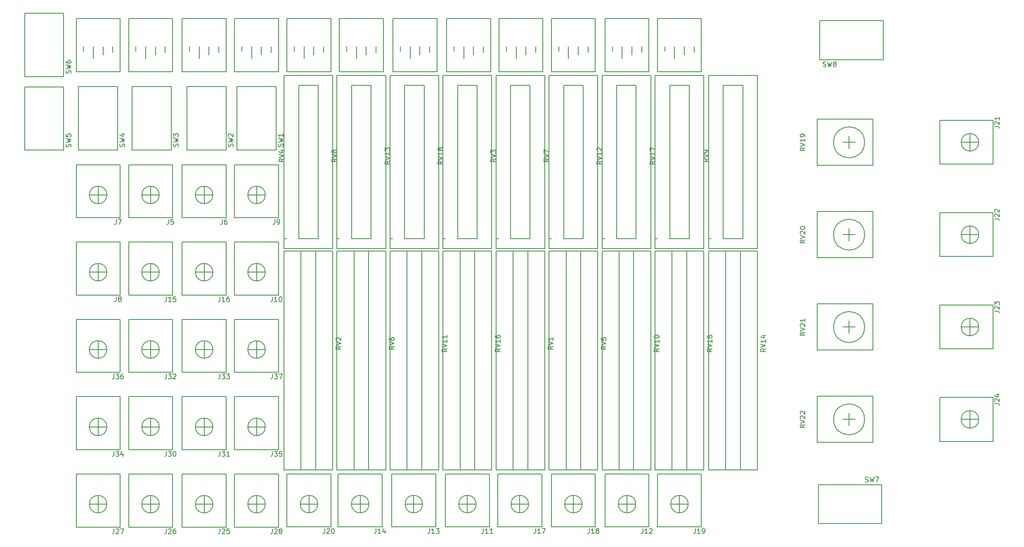
<source format=gbr>
%TF.GenerationSoftware,KiCad,Pcbnew,(5.0.1)-3*%
%TF.CreationDate,2020-01-29T23:09:20+00:00*%
%TF.ProjectId,SSv2 Main Board,53537632204D61696E20426F6172642E,rev?*%
%TF.SameCoordinates,Original*%
%TF.FileFunction,Legend,Top*%
%TF.FilePolarity,Positive*%
%FSLAX46Y46*%
G04 Gerber Fmt 4.6, Leading zero omitted, Abs format (unit mm)*
G04 Created by KiCad (PCBNEW (5.0.1)-3) date 29/01/2020 23:09:20*
%MOMM*%
%LPD*%
G01*
G04 APERTURE LIST*
%ADD10C,0.150000*%
G04 APERTURE END LIST*
D10*
X193500000Y-65500000D02*
X193500000Y-34000000D01*
X189500000Y-65500000D02*
X193500000Y-65500000D01*
X189500000Y-34000000D02*
X189500000Y-65500000D01*
X193500000Y-34000000D02*
X189500000Y-34000000D01*
X196500000Y-32000000D02*
X196500000Y-67500000D01*
X186500000Y-67500000D02*
X196500000Y-67500000D01*
X186500000Y-67500000D02*
X186500000Y-67500000D01*
X186500000Y-66500000D02*
X186500000Y-67500000D01*
X186500000Y-32000000D02*
X186500000Y-66500000D01*
X186500000Y-65500000D02*
X187000000Y-65500000D01*
X196500000Y-32000000D02*
X186500000Y-32000000D01*
X171625000Y-65500000D02*
X171625000Y-34000000D01*
X167625000Y-65500000D02*
X171625000Y-65500000D01*
X167625000Y-34000000D02*
X167625000Y-65500000D01*
X171625000Y-34000000D02*
X167625000Y-34000000D01*
X174625000Y-32000000D02*
X174625000Y-67500000D01*
X164625000Y-67500000D02*
X174625000Y-67500000D01*
X164625000Y-67500000D02*
X164625000Y-67500000D01*
X164625000Y-66500000D02*
X164625000Y-67500000D01*
X164625000Y-32000000D02*
X164625000Y-66500000D01*
X164625000Y-65500000D02*
X165125000Y-65500000D01*
X174625000Y-32000000D02*
X164625000Y-32000000D01*
X128125000Y-65500000D02*
X128125000Y-34000000D01*
X124125000Y-65500000D02*
X128125000Y-65500000D01*
X124125000Y-34000000D02*
X124125000Y-65500000D01*
X128125000Y-34000000D02*
X124125000Y-34000000D01*
X131125000Y-32000000D02*
X131125000Y-67500000D01*
X121125000Y-67500000D02*
X131125000Y-67500000D01*
X121125000Y-67500000D02*
X121125000Y-67500000D01*
X121125000Y-66500000D02*
X121125000Y-67500000D01*
X121125000Y-32000000D02*
X121125000Y-66500000D01*
X121125000Y-65500000D02*
X121625000Y-65500000D01*
X131125000Y-32000000D02*
X121125000Y-32000000D01*
X139000000Y-65500000D02*
X139000000Y-34000000D01*
X135000000Y-65500000D02*
X139000000Y-65500000D01*
X135000000Y-34000000D02*
X135000000Y-65500000D01*
X139000000Y-34000000D02*
X135000000Y-34000000D01*
X142000000Y-32000000D02*
X142000000Y-67500000D01*
X132000000Y-67500000D02*
X142000000Y-67500000D01*
X132000000Y-67500000D02*
X132000000Y-67500000D01*
X132000000Y-66500000D02*
X132000000Y-67500000D01*
X132000000Y-32000000D02*
X132000000Y-66500000D01*
X132000000Y-65500000D02*
X132500000Y-65500000D01*
X142000000Y-32000000D02*
X132000000Y-32000000D01*
X105875000Y-68000000D02*
X105875000Y-113000000D01*
X102875000Y-68000000D02*
X105875000Y-68000000D01*
X102875000Y-113000000D02*
X102875000Y-68000000D01*
X105875000Y-113000000D02*
X102875000Y-113000000D01*
X99375000Y-113000000D02*
X109375000Y-113000000D01*
X99375000Y-68000000D02*
X99375000Y-113000000D01*
X109375000Y-68000000D02*
X99375000Y-68000000D01*
X109375000Y-113000000D02*
X109375000Y-68000000D01*
X67500000Y-82050000D02*
X76500000Y-82050000D01*
X67500000Y-92950000D02*
X76500000Y-92950000D01*
X67500000Y-82050000D02*
X67500000Y-92950000D01*
X76500000Y-82050000D02*
X76500000Y-92950000D01*
X73800000Y-88250000D02*
G75*
G03X73800000Y-88250000I-1800000J0D01*
G01*
X72000000Y-86450000D02*
X72000000Y-90050000D01*
X70200000Y-88250000D02*
X73800000Y-88250000D01*
X89250000Y-82050000D02*
X98250000Y-82050000D01*
X89250000Y-92950000D02*
X98250000Y-92950000D01*
X89250000Y-82050000D02*
X89250000Y-92950000D01*
X98250000Y-82050000D02*
X98250000Y-92950000D01*
X95550000Y-88250000D02*
G75*
G03X95550000Y-88250000I-1800000J0D01*
G01*
X93750000Y-86450000D02*
X93750000Y-90050000D01*
X91950000Y-88250000D02*
X95550000Y-88250000D01*
X176000000Y-31200000D02*
X176000000Y-20300000D01*
X185000000Y-31200000D02*
X185000000Y-20300000D01*
X185000000Y-20300000D02*
X176000000Y-20300000D01*
X185000000Y-31200000D02*
X176000000Y-31200000D01*
X177500000Y-26000000D02*
X177500000Y-27000000D01*
X179500000Y-26000000D02*
X179500000Y-28500000D01*
X183500000Y-26000000D02*
X183500000Y-27250000D01*
X181500000Y-26000000D02*
X181500000Y-27750000D01*
X56750000Y-31200000D02*
X56750000Y-20300000D01*
X65750000Y-31200000D02*
X65750000Y-20300000D01*
X65750000Y-20300000D02*
X56750000Y-20300000D01*
X65750000Y-31200000D02*
X56750000Y-31200000D01*
X58250000Y-26000000D02*
X58250000Y-27000000D01*
X60250000Y-26000000D02*
X60250000Y-28500000D01*
X64250000Y-26000000D02*
X64250000Y-27250000D01*
X62250000Y-26000000D02*
X62250000Y-27750000D01*
X67500000Y-31200000D02*
X67500000Y-20300000D01*
X76500000Y-31200000D02*
X76500000Y-20300000D01*
X76500000Y-20300000D02*
X67500000Y-20300000D01*
X76500000Y-31200000D02*
X67500000Y-31200000D01*
X69000000Y-26000000D02*
X69000000Y-27000000D01*
X71000000Y-26000000D02*
X71000000Y-28500000D01*
X75000000Y-26000000D02*
X75000000Y-27250000D01*
X73000000Y-26000000D02*
X73000000Y-27750000D01*
X78500000Y-31200000D02*
X78500000Y-20300000D01*
X87500000Y-31200000D02*
X87500000Y-20300000D01*
X87500000Y-20300000D02*
X78500000Y-20300000D01*
X87500000Y-31200000D02*
X78500000Y-31200000D01*
X80000000Y-26000000D02*
X80000000Y-27000000D01*
X82000000Y-26000000D02*
X82000000Y-28500000D01*
X86000000Y-26000000D02*
X86000000Y-27250000D01*
X84000000Y-26000000D02*
X84000000Y-27750000D01*
X89250000Y-31200000D02*
X89250000Y-20300000D01*
X98250000Y-31200000D02*
X98250000Y-20300000D01*
X98250000Y-20300000D02*
X89250000Y-20300000D01*
X98250000Y-31200000D02*
X89250000Y-31200000D01*
X90750000Y-26000000D02*
X90750000Y-27000000D01*
X92750000Y-26000000D02*
X92750000Y-28500000D01*
X96750000Y-26000000D02*
X96750000Y-27250000D01*
X94750000Y-26000000D02*
X94750000Y-27750000D01*
X100000000Y-31200000D02*
X100000000Y-20300000D01*
X109000000Y-31200000D02*
X109000000Y-20300000D01*
X109000000Y-20300000D02*
X100000000Y-20300000D01*
X109000000Y-31200000D02*
X100000000Y-31200000D01*
X101500000Y-26000000D02*
X101500000Y-27000000D01*
X103500000Y-26000000D02*
X103500000Y-28500000D01*
X107500000Y-26000000D02*
X107500000Y-27250000D01*
X105500000Y-26000000D02*
X105500000Y-27750000D01*
X110750000Y-31200000D02*
X110750000Y-20300000D01*
X119750000Y-31200000D02*
X119750000Y-20300000D01*
X119750000Y-20300000D02*
X110750000Y-20300000D01*
X119750000Y-31200000D02*
X110750000Y-31200000D01*
X112250000Y-26000000D02*
X112250000Y-27000000D01*
X114250000Y-26000000D02*
X114250000Y-28500000D01*
X118250000Y-26000000D02*
X118250000Y-27250000D01*
X116250000Y-26000000D02*
X116250000Y-27750000D01*
X121750000Y-31200000D02*
X121750000Y-20300000D01*
X130750000Y-31200000D02*
X130750000Y-20300000D01*
X130750000Y-20300000D02*
X121750000Y-20300000D01*
X130750000Y-31200000D02*
X121750000Y-31200000D01*
X123250000Y-26000000D02*
X123250000Y-27000000D01*
X125250000Y-26000000D02*
X125250000Y-28500000D01*
X129250000Y-26000000D02*
X129250000Y-27250000D01*
X127250000Y-26000000D02*
X127250000Y-27750000D01*
X132750000Y-31200000D02*
X132750000Y-20300000D01*
X141750000Y-31200000D02*
X141750000Y-20300000D01*
X141750000Y-20300000D02*
X132750000Y-20300000D01*
X141750000Y-31200000D02*
X132750000Y-31200000D01*
X134250000Y-26000000D02*
X134250000Y-27000000D01*
X136250000Y-26000000D02*
X136250000Y-28500000D01*
X140250000Y-26000000D02*
X140250000Y-27250000D01*
X138250000Y-26000000D02*
X138250000Y-27750000D01*
X143500000Y-31200000D02*
X143500000Y-20300000D01*
X152500000Y-31200000D02*
X152500000Y-20300000D01*
X152500000Y-20300000D02*
X143500000Y-20300000D01*
X152500000Y-31200000D02*
X143500000Y-31200000D01*
X145000000Y-26000000D02*
X145000000Y-27000000D01*
X147000000Y-26000000D02*
X147000000Y-28500000D01*
X151000000Y-26000000D02*
X151000000Y-27250000D01*
X149000000Y-26000000D02*
X149000000Y-27750000D01*
X154250000Y-31200000D02*
X154250000Y-20300000D01*
X163250000Y-31200000D02*
X163250000Y-20300000D01*
X163250000Y-20300000D02*
X154250000Y-20300000D01*
X163250000Y-31200000D02*
X154250000Y-31200000D01*
X155750000Y-26000000D02*
X155750000Y-27000000D01*
X157750000Y-26000000D02*
X157750000Y-28500000D01*
X161750000Y-26000000D02*
X161750000Y-27250000D01*
X159750000Y-26000000D02*
X159750000Y-27750000D01*
X165250000Y-31200000D02*
X165250000Y-20300000D01*
X174250000Y-31200000D02*
X174250000Y-20300000D01*
X174250000Y-20300000D02*
X165250000Y-20300000D01*
X174250000Y-31200000D02*
X165250000Y-31200000D01*
X166750000Y-26000000D02*
X166750000Y-27000000D01*
X168750000Y-26000000D02*
X168750000Y-28500000D01*
X172750000Y-26000000D02*
X172750000Y-27250000D01*
X170750000Y-26000000D02*
X170750000Y-27750000D01*
X149375000Y-68000000D02*
X149375000Y-113000000D01*
X146375000Y-68000000D02*
X149375000Y-68000000D01*
X146375000Y-113000000D02*
X146375000Y-68000000D01*
X149375000Y-113000000D02*
X146375000Y-113000000D01*
X142875000Y-113000000D02*
X152875000Y-113000000D01*
X142875000Y-68000000D02*
X142875000Y-113000000D01*
X152875000Y-68000000D02*
X142875000Y-68000000D01*
X152875000Y-113000000D02*
X152875000Y-68000000D01*
X149875000Y-65500000D02*
X149875000Y-34000000D01*
X145875000Y-65500000D02*
X149875000Y-65500000D01*
X145875000Y-34000000D02*
X145875000Y-65500000D01*
X149875000Y-34000000D02*
X145875000Y-34000000D01*
X152875000Y-32000000D02*
X152875000Y-67500000D01*
X142875000Y-67500000D02*
X152875000Y-67500000D01*
X142875000Y-67500000D02*
X142875000Y-67500000D01*
X142875000Y-66500000D02*
X142875000Y-67500000D01*
X142875000Y-32000000D02*
X142875000Y-66500000D01*
X142875000Y-65500000D02*
X143375000Y-65500000D01*
X152875000Y-32000000D02*
X142875000Y-32000000D01*
X160250000Y-68000000D02*
X160250000Y-113000000D01*
X157250000Y-68000000D02*
X160250000Y-68000000D01*
X157250000Y-113000000D02*
X157250000Y-68000000D01*
X160250000Y-113000000D02*
X157250000Y-113000000D01*
X153750000Y-113000000D02*
X163750000Y-113000000D01*
X153750000Y-68000000D02*
X153750000Y-113000000D01*
X163750000Y-68000000D02*
X153750000Y-68000000D01*
X163750000Y-113000000D02*
X163750000Y-68000000D01*
X116750000Y-68000000D02*
X116750000Y-113000000D01*
X113750000Y-68000000D02*
X116750000Y-68000000D01*
X113750000Y-113000000D02*
X113750000Y-68000000D01*
X116750000Y-113000000D02*
X113750000Y-113000000D01*
X110250000Y-113000000D02*
X120250000Y-113000000D01*
X110250000Y-68000000D02*
X110250000Y-113000000D01*
X120250000Y-68000000D02*
X110250000Y-68000000D01*
X120250000Y-113000000D02*
X120250000Y-68000000D01*
X160750000Y-65500000D02*
X160750000Y-34000000D01*
X156750000Y-65500000D02*
X160750000Y-65500000D01*
X156750000Y-34000000D02*
X156750000Y-65500000D01*
X160750000Y-34000000D02*
X156750000Y-34000000D01*
X163750000Y-32000000D02*
X163750000Y-67500000D01*
X153750000Y-67500000D02*
X163750000Y-67500000D01*
X153750000Y-67500000D02*
X153750000Y-67500000D01*
X153750000Y-66500000D02*
X153750000Y-67500000D01*
X153750000Y-32000000D02*
X153750000Y-66500000D01*
X153750000Y-65500000D02*
X154250000Y-65500000D01*
X163750000Y-32000000D02*
X153750000Y-32000000D01*
X117250000Y-65500000D02*
X117250000Y-34000000D01*
X113250000Y-65500000D02*
X117250000Y-65500000D01*
X113250000Y-34000000D02*
X113250000Y-65500000D01*
X117250000Y-34000000D02*
X113250000Y-34000000D01*
X120250000Y-32000000D02*
X120250000Y-67500000D01*
X110250000Y-67500000D02*
X120250000Y-67500000D01*
X110250000Y-67500000D02*
X110250000Y-67500000D01*
X110250000Y-66500000D02*
X110250000Y-67500000D01*
X110250000Y-32000000D02*
X110250000Y-66500000D01*
X110250000Y-65500000D02*
X110750000Y-65500000D01*
X120250000Y-32000000D02*
X110250000Y-32000000D01*
X171125000Y-68000000D02*
X171125000Y-113000000D01*
X168125000Y-68000000D02*
X171125000Y-68000000D01*
X168125000Y-113000000D02*
X168125000Y-68000000D01*
X171125000Y-113000000D02*
X168125000Y-113000000D01*
X164625000Y-113000000D02*
X174625000Y-113000000D01*
X164625000Y-68000000D02*
X164625000Y-113000000D01*
X174625000Y-68000000D02*
X164625000Y-68000000D01*
X174625000Y-113000000D02*
X174625000Y-68000000D01*
X127625000Y-68000000D02*
X127625000Y-113000000D01*
X124625000Y-68000000D02*
X127625000Y-68000000D01*
X124625000Y-113000000D02*
X124625000Y-68000000D01*
X127625000Y-113000000D02*
X124625000Y-113000000D01*
X121125000Y-113000000D02*
X131125000Y-113000000D01*
X121125000Y-68000000D02*
X121125000Y-113000000D01*
X131125000Y-68000000D02*
X121125000Y-68000000D01*
X131125000Y-113000000D02*
X131125000Y-68000000D01*
X193000000Y-68000000D02*
X193000000Y-113000000D01*
X190000000Y-68000000D02*
X193000000Y-68000000D01*
X190000000Y-113000000D02*
X190000000Y-68000000D01*
X193000000Y-113000000D02*
X190000000Y-113000000D01*
X186500000Y-113000000D02*
X196500000Y-113000000D01*
X186500000Y-68000000D02*
X186500000Y-113000000D01*
X196500000Y-68000000D02*
X186500000Y-68000000D01*
X196500000Y-113000000D02*
X196500000Y-68000000D01*
X182000000Y-68000000D02*
X182000000Y-113000000D01*
X179000000Y-68000000D02*
X182000000Y-68000000D01*
X179000000Y-113000000D02*
X179000000Y-68000000D01*
X182000000Y-113000000D02*
X179000000Y-113000000D01*
X175500000Y-113000000D02*
X185500000Y-113000000D01*
X175500000Y-68000000D02*
X175500000Y-113000000D01*
X185500000Y-68000000D02*
X175500000Y-68000000D01*
X185500000Y-113000000D02*
X185500000Y-68000000D01*
X138500000Y-68000000D02*
X138500000Y-113000000D01*
X135500000Y-68000000D02*
X138500000Y-68000000D01*
X135500000Y-113000000D02*
X135500000Y-68000000D01*
X138500000Y-113000000D02*
X135500000Y-113000000D01*
X132000000Y-113000000D02*
X142000000Y-113000000D01*
X132000000Y-68000000D02*
X132000000Y-113000000D01*
X142000000Y-68000000D02*
X132000000Y-68000000D01*
X142000000Y-113000000D02*
X142000000Y-68000000D01*
X182500000Y-65500000D02*
X182500000Y-34000000D01*
X178500000Y-65500000D02*
X182500000Y-65500000D01*
X178500000Y-34000000D02*
X178500000Y-65500000D01*
X182500000Y-34000000D02*
X178500000Y-34000000D01*
X185500000Y-32000000D02*
X185500000Y-67500000D01*
X175500000Y-67500000D02*
X185500000Y-67500000D01*
X175500000Y-67500000D02*
X175500000Y-67500000D01*
X175500000Y-66500000D02*
X175500000Y-67500000D01*
X175500000Y-32000000D02*
X175500000Y-66500000D01*
X175500000Y-65500000D02*
X176000000Y-65500000D01*
X185500000Y-32000000D02*
X175500000Y-32000000D01*
X220150000Y-40950000D02*
X220150000Y-50450000D01*
X208800000Y-40950000D02*
X208800000Y-50450000D01*
X220150000Y-50450000D02*
X208800000Y-50450000D01*
X220150000Y-40950000D02*
X208800000Y-40950000D01*
X218475000Y-45700000D02*
G75*
G03X218475000Y-45700000I-3175000J0D01*
G01*
X216570000Y-45700000D02*
X214030000Y-45700000D01*
X215300000Y-44430000D02*
X215300000Y-46970000D01*
X220150000Y-59916666D02*
X220150000Y-69416666D01*
X208800000Y-59916666D02*
X208800000Y-69416666D01*
X220150000Y-69416666D02*
X208800000Y-69416666D01*
X220150000Y-59916666D02*
X208800000Y-59916666D01*
X218475000Y-64666666D02*
G75*
G03X218475000Y-64666666I-3175000J0D01*
G01*
X216570000Y-64666666D02*
X214030000Y-64666666D01*
X215300000Y-63396666D02*
X215300000Y-65936666D01*
X220150000Y-78883332D02*
X220150000Y-88383332D01*
X208800000Y-78883332D02*
X208800000Y-88383332D01*
X220150000Y-88383332D02*
X208800000Y-88383332D01*
X220150000Y-78883332D02*
X208800000Y-78883332D01*
X218475000Y-83633332D02*
G75*
G03X218475000Y-83633332I-3175000J0D01*
G01*
X216570000Y-83633332D02*
X214030000Y-83633332D01*
X215300000Y-82363332D02*
X215300000Y-84903332D01*
X220150000Y-97850000D02*
X220150000Y-107350000D01*
X208800000Y-97850000D02*
X208800000Y-107350000D01*
X220150000Y-107350000D02*
X208800000Y-107350000D01*
X220150000Y-97850000D02*
X208800000Y-97850000D01*
X218475000Y-102600000D02*
G75*
G03X218475000Y-102600000I-3175000J0D01*
G01*
X216570000Y-102600000D02*
X214030000Y-102600000D01*
X215300000Y-101330000D02*
X215300000Y-103870000D01*
X97750000Y-47250000D02*
X89750000Y-47250000D01*
X97750000Y-34250000D02*
X97750000Y-47250000D01*
X89750000Y-34250000D02*
X97750000Y-34250000D01*
X89750000Y-47250000D02*
X89750000Y-34250000D01*
X87500000Y-47250000D02*
X79500000Y-47250000D01*
X87500000Y-34250000D02*
X87500000Y-47250000D01*
X79500000Y-34250000D02*
X87500000Y-34250000D01*
X79500000Y-47250000D02*
X79500000Y-34250000D01*
X76250000Y-47250000D02*
X68250000Y-47250000D01*
X76250000Y-34250000D02*
X76250000Y-47250000D01*
X68250000Y-34250000D02*
X76250000Y-34250000D01*
X68250000Y-47250000D02*
X68250000Y-34250000D01*
X65250000Y-47250000D02*
X57250000Y-47250000D01*
X65250000Y-34250000D02*
X65250000Y-47250000D01*
X57250000Y-34250000D02*
X65250000Y-34250000D01*
X57250000Y-47250000D02*
X57250000Y-34250000D01*
X54200000Y-47300000D02*
X46200000Y-47300000D01*
X54200000Y-34300000D02*
X54200000Y-47300000D01*
X46200000Y-34300000D02*
X54200000Y-34300000D01*
X46200000Y-47300000D02*
X46200000Y-34300000D01*
X54200000Y-32200000D02*
X46200000Y-32200000D01*
X54200000Y-19200000D02*
X54200000Y-32200000D01*
X46200000Y-19200000D02*
X54200000Y-19200000D01*
X46200000Y-32200000D02*
X46200000Y-19200000D01*
X222000000Y-116000000D02*
X222000000Y-124000000D01*
X209000000Y-116000000D02*
X222000000Y-116000000D01*
X209000000Y-124000000D02*
X209000000Y-116000000D01*
X222000000Y-124000000D02*
X209000000Y-124000000D01*
X209300000Y-28700000D02*
X209300000Y-20700000D01*
X222300000Y-28700000D02*
X209300000Y-28700000D01*
X222300000Y-20700000D02*
X222300000Y-28700000D01*
X209300000Y-20700000D02*
X222300000Y-20700000D01*
X67500000Y-50300000D02*
X76500000Y-50300000D01*
X67500000Y-61200000D02*
X76500000Y-61200000D01*
X67500000Y-50300000D02*
X67500000Y-61200000D01*
X76500000Y-50300000D02*
X76500000Y-61200000D01*
X73800000Y-56500000D02*
G75*
G03X73800000Y-56500000I-1800000J0D01*
G01*
X72000000Y-54700000D02*
X72000000Y-58300000D01*
X70200000Y-56500000D02*
X73800000Y-56500000D01*
X78500000Y-50300000D02*
X87500000Y-50300000D01*
X78500000Y-61200000D02*
X87500000Y-61200000D01*
X78500000Y-50300000D02*
X78500000Y-61200000D01*
X87500000Y-50300000D02*
X87500000Y-61200000D01*
X84800000Y-56500000D02*
G75*
G03X84800000Y-56500000I-1800000J0D01*
G01*
X83000000Y-54700000D02*
X83000000Y-58300000D01*
X81200000Y-56500000D02*
X84800000Y-56500000D01*
X56750000Y-50300000D02*
X65750000Y-50300000D01*
X56750000Y-61200000D02*
X65750000Y-61200000D01*
X56750000Y-50300000D02*
X56750000Y-61200000D01*
X65750000Y-50300000D02*
X65750000Y-61200000D01*
X63050000Y-56500000D02*
G75*
G03X63050000Y-56500000I-1800000J0D01*
G01*
X61250000Y-54700000D02*
X61250000Y-58300000D01*
X59450000Y-56500000D02*
X63050000Y-56500000D01*
X56750000Y-66175000D02*
X65750000Y-66175000D01*
X56750000Y-77075000D02*
X65750000Y-77075000D01*
X56750000Y-66175000D02*
X56750000Y-77075000D01*
X65750000Y-66175000D02*
X65750000Y-77075000D01*
X63050000Y-72375000D02*
G75*
G03X63050000Y-72375000I-1800000J0D01*
G01*
X61250000Y-70575000D02*
X61250000Y-74175000D01*
X59450000Y-72375000D02*
X63050000Y-72375000D01*
X89250000Y-50300000D02*
X98250000Y-50300000D01*
X89250000Y-61200000D02*
X98250000Y-61200000D01*
X89250000Y-50300000D02*
X89250000Y-61200000D01*
X98250000Y-50300000D02*
X98250000Y-61200000D01*
X95550000Y-56500000D02*
G75*
G03X95550000Y-56500000I-1800000J0D01*
G01*
X93750000Y-54700000D02*
X93750000Y-58300000D01*
X91950000Y-56500000D02*
X95550000Y-56500000D01*
X89250000Y-66175000D02*
X98250000Y-66175000D01*
X89250000Y-77075000D02*
X98250000Y-77075000D01*
X89250000Y-66175000D02*
X89250000Y-77075000D01*
X98250000Y-66175000D02*
X98250000Y-77075000D01*
X95550000Y-72375000D02*
G75*
G03X95550000Y-72375000I-1800000J0D01*
G01*
X93750000Y-70575000D02*
X93750000Y-74175000D01*
X91950000Y-72375000D02*
X95550000Y-72375000D01*
X132500000Y-113800000D02*
X141500000Y-113800000D01*
X132500000Y-124700000D02*
X141500000Y-124700000D01*
X132500000Y-113800000D02*
X132500000Y-124700000D01*
X141500000Y-113800000D02*
X141500000Y-124700000D01*
X138800000Y-120000000D02*
G75*
G03X138800000Y-120000000I-1800000J0D01*
G01*
X137000000Y-118200000D02*
X137000000Y-121800000D01*
X135200000Y-120000000D02*
X138800000Y-120000000D01*
X165250000Y-113800000D02*
X174250000Y-113800000D01*
X165250000Y-124700000D02*
X174250000Y-124700000D01*
X165250000Y-113800000D02*
X165250000Y-124700000D01*
X174250000Y-113800000D02*
X174250000Y-124700000D01*
X171550000Y-120000000D02*
G75*
G03X171550000Y-120000000I-1800000J0D01*
G01*
X169750000Y-118200000D02*
X169750000Y-121800000D01*
X167950000Y-120000000D02*
X171550000Y-120000000D01*
X121500000Y-113800000D02*
X130500000Y-113800000D01*
X121500000Y-124700000D02*
X130500000Y-124700000D01*
X121500000Y-113800000D02*
X121500000Y-124700000D01*
X130500000Y-113800000D02*
X130500000Y-124700000D01*
X127800000Y-120000000D02*
G75*
G03X127800000Y-120000000I-1800000J0D01*
G01*
X126000000Y-118200000D02*
X126000000Y-121800000D01*
X124200000Y-120000000D02*
X127800000Y-120000000D01*
X110500000Y-113800000D02*
X119500000Y-113800000D01*
X110500000Y-124700000D02*
X119500000Y-124700000D01*
X110500000Y-113800000D02*
X110500000Y-124700000D01*
X119500000Y-113800000D02*
X119500000Y-124700000D01*
X116800000Y-120000000D02*
G75*
G03X116800000Y-120000000I-1800000J0D01*
G01*
X115000000Y-118200000D02*
X115000000Y-121800000D01*
X113200000Y-120000000D02*
X116800000Y-120000000D01*
X67500000Y-66175000D02*
X76500000Y-66175000D01*
X67500000Y-77075000D02*
X76500000Y-77075000D01*
X67500000Y-66175000D02*
X67500000Y-77075000D01*
X76500000Y-66175000D02*
X76500000Y-77075000D01*
X73800000Y-72375000D02*
G75*
G03X73800000Y-72375000I-1800000J0D01*
G01*
X72000000Y-70575000D02*
X72000000Y-74175000D01*
X70200000Y-72375000D02*
X73800000Y-72375000D01*
X78500000Y-66175000D02*
X87500000Y-66175000D01*
X78500000Y-77075000D02*
X87500000Y-77075000D01*
X78500000Y-66175000D02*
X78500000Y-77075000D01*
X87500000Y-66175000D02*
X87500000Y-77075000D01*
X84800000Y-72375000D02*
G75*
G03X84800000Y-72375000I-1800000J0D01*
G01*
X83000000Y-70575000D02*
X83000000Y-74175000D01*
X81200000Y-72375000D02*
X84800000Y-72375000D01*
X143250000Y-113800000D02*
X152250000Y-113800000D01*
X143250000Y-124700000D02*
X152250000Y-124700000D01*
X143250000Y-113800000D02*
X143250000Y-124700000D01*
X152250000Y-113800000D02*
X152250000Y-124700000D01*
X149550000Y-120000000D02*
G75*
G03X149550000Y-120000000I-1800000J0D01*
G01*
X147750000Y-118200000D02*
X147750000Y-121800000D01*
X145950000Y-120000000D02*
X149550000Y-120000000D01*
X154250000Y-113800000D02*
X163250000Y-113800000D01*
X154250000Y-124700000D02*
X163250000Y-124700000D01*
X154250000Y-113800000D02*
X154250000Y-124700000D01*
X163250000Y-113800000D02*
X163250000Y-124700000D01*
X160550000Y-120000000D02*
G75*
G03X160550000Y-120000000I-1800000J0D01*
G01*
X158750000Y-118200000D02*
X158750000Y-121800000D01*
X156950000Y-120000000D02*
X160550000Y-120000000D01*
X176000000Y-113800000D02*
X185000000Y-113800000D01*
X176000000Y-124700000D02*
X185000000Y-124700000D01*
X176000000Y-113800000D02*
X176000000Y-124700000D01*
X185000000Y-113800000D02*
X185000000Y-124700000D01*
X182300000Y-120000000D02*
G75*
G03X182300000Y-120000000I-1800000J0D01*
G01*
X180500000Y-118200000D02*
X180500000Y-121800000D01*
X178700000Y-120000000D02*
X182300000Y-120000000D01*
X100000000Y-113800000D02*
X109000000Y-113800000D01*
X100000000Y-124700000D02*
X109000000Y-124700000D01*
X100000000Y-113800000D02*
X100000000Y-124700000D01*
X109000000Y-113800000D02*
X109000000Y-124700000D01*
X106300000Y-120000000D02*
G75*
G03X106300000Y-120000000I-1800000J0D01*
G01*
X104500000Y-118200000D02*
X104500000Y-121800000D01*
X102700000Y-120000000D02*
X106300000Y-120000000D01*
X233900000Y-50200000D02*
X233900000Y-41200000D01*
X244800000Y-50200000D02*
X244800000Y-41200000D01*
X233900000Y-50200000D02*
X244800000Y-50200000D01*
X233900000Y-41200000D02*
X244800000Y-41200000D01*
X241900000Y-45700000D02*
G75*
G03X241900000Y-45700000I-1800000J0D01*
G01*
X238300000Y-45700000D02*
X241900000Y-45700000D01*
X240100000Y-47500000D02*
X240100000Y-43900000D01*
X233900000Y-69166666D02*
X233900000Y-60166666D01*
X244800000Y-69166666D02*
X244800000Y-60166666D01*
X233900000Y-69166666D02*
X244800000Y-69166666D01*
X233900000Y-60166666D02*
X244800000Y-60166666D01*
X241900000Y-64666666D02*
G75*
G03X241900000Y-64666666I-1800000J0D01*
G01*
X238300000Y-64666666D02*
X241900000Y-64666666D01*
X240100000Y-66466666D02*
X240100000Y-62866666D01*
X233900000Y-88133332D02*
X233900000Y-79133332D01*
X244800000Y-88133332D02*
X244800000Y-79133332D01*
X233900000Y-88133332D02*
X244800000Y-88133332D01*
X233900000Y-79133332D02*
X244800000Y-79133332D01*
X241900000Y-83633332D02*
G75*
G03X241900000Y-83633332I-1800000J0D01*
G01*
X238300000Y-83633332D02*
X241900000Y-83633332D01*
X240100000Y-85433332D02*
X240100000Y-81833332D01*
X233900000Y-107100000D02*
X233900000Y-98100000D01*
X244800000Y-107100000D02*
X244800000Y-98100000D01*
X233900000Y-107100000D02*
X244800000Y-107100000D01*
X233900000Y-98100000D02*
X244800000Y-98100000D01*
X241900000Y-102600000D02*
G75*
G03X241900000Y-102600000I-1800000J0D01*
G01*
X238300000Y-102600000D02*
X241900000Y-102600000D01*
X240100000Y-104400000D02*
X240100000Y-100800000D01*
X78500000Y-113825000D02*
X87500000Y-113825000D01*
X78500000Y-124725000D02*
X87500000Y-124725000D01*
X78500000Y-113825000D02*
X78500000Y-124725000D01*
X87500000Y-113825000D02*
X87500000Y-124725000D01*
X84800000Y-120025000D02*
G75*
G03X84800000Y-120025000I-1800000J0D01*
G01*
X83000000Y-118225000D02*
X83000000Y-121825000D01*
X81200000Y-120025000D02*
X84800000Y-120025000D01*
X67500000Y-113825000D02*
X76500000Y-113825000D01*
X67500000Y-124725000D02*
X76500000Y-124725000D01*
X67500000Y-113825000D02*
X67500000Y-124725000D01*
X76500000Y-113825000D02*
X76500000Y-124725000D01*
X73800000Y-120025000D02*
G75*
G03X73800000Y-120025000I-1800000J0D01*
G01*
X72000000Y-118225000D02*
X72000000Y-121825000D01*
X70200000Y-120025000D02*
X73800000Y-120025000D01*
X56750000Y-113825000D02*
X65750000Y-113825000D01*
X56750000Y-124725000D02*
X65750000Y-124725000D01*
X56750000Y-113825000D02*
X56750000Y-124725000D01*
X65750000Y-113825000D02*
X65750000Y-124725000D01*
X63050000Y-120025000D02*
G75*
G03X63050000Y-120025000I-1800000J0D01*
G01*
X61250000Y-118225000D02*
X61250000Y-121825000D01*
X59450000Y-120025000D02*
X63050000Y-120025000D01*
X89250000Y-113825000D02*
X98250000Y-113825000D01*
X89250000Y-124725000D02*
X98250000Y-124725000D01*
X89250000Y-113825000D02*
X89250000Y-124725000D01*
X98250000Y-113825000D02*
X98250000Y-124725000D01*
X95550000Y-120025000D02*
G75*
G03X95550000Y-120025000I-1800000J0D01*
G01*
X93750000Y-118225000D02*
X93750000Y-121825000D01*
X91950000Y-120025000D02*
X95550000Y-120025000D01*
X67500000Y-97937500D02*
X76500000Y-97937500D01*
X67500000Y-108837500D02*
X76500000Y-108837500D01*
X67500000Y-97937500D02*
X67500000Y-108837500D01*
X76500000Y-97937500D02*
X76500000Y-108837500D01*
X73800000Y-104137500D02*
G75*
G03X73800000Y-104137500I-1800000J0D01*
G01*
X72000000Y-102337500D02*
X72000000Y-105937500D01*
X70200000Y-104137500D02*
X73800000Y-104137500D01*
X78500000Y-97937500D02*
X87500000Y-97937500D01*
X78500000Y-108837500D02*
X87500000Y-108837500D01*
X78500000Y-97937500D02*
X78500000Y-108837500D01*
X87500000Y-97937500D02*
X87500000Y-108837500D01*
X84800000Y-104137500D02*
G75*
G03X84800000Y-104137500I-1800000J0D01*
G01*
X83000000Y-102337500D02*
X83000000Y-105937500D01*
X81200000Y-104137500D02*
X84800000Y-104137500D01*
X78500000Y-82050000D02*
X87500000Y-82050000D01*
X78500000Y-92950000D02*
X87500000Y-92950000D01*
X78500000Y-82050000D02*
X78500000Y-92950000D01*
X87500000Y-82050000D02*
X87500000Y-92950000D01*
X84800000Y-88250000D02*
G75*
G03X84800000Y-88250000I-1800000J0D01*
G01*
X83000000Y-86450000D02*
X83000000Y-90050000D01*
X81200000Y-88250000D02*
X84800000Y-88250000D01*
X56750000Y-97937500D02*
X65750000Y-97937500D01*
X56750000Y-108837500D02*
X65750000Y-108837500D01*
X56750000Y-97937500D02*
X56750000Y-108837500D01*
X65750000Y-97937500D02*
X65750000Y-108837500D01*
X63050000Y-104137500D02*
G75*
G03X63050000Y-104137500I-1800000J0D01*
G01*
X61250000Y-102337500D02*
X61250000Y-105937500D01*
X59450000Y-104137500D02*
X63050000Y-104137500D01*
X89250000Y-97937500D02*
X98250000Y-97937500D01*
X89250000Y-108837500D02*
X98250000Y-108837500D01*
X89250000Y-97937500D02*
X89250000Y-108837500D01*
X98250000Y-97937500D02*
X98250000Y-108837500D01*
X95550000Y-104137500D02*
G75*
G03X95550000Y-104137500I-1800000J0D01*
G01*
X93750000Y-102337500D02*
X93750000Y-105937500D01*
X91950000Y-104137500D02*
X95550000Y-104137500D01*
X56750000Y-82050000D02*
X65750000Y-82050000D01*
X56750000Y-92950000D02*
X65750000Y-92950000D01*
X56750000Y-82050000D02*
X56750000Y-92950000D01*
X65750000Y-82050000D02*
X65750000Y-92950000D01*
X63050000Y-88250000D02*
G75*
G03X63050000Y-88250000I-1800000J0D01*
G01*
X61250000Y-86450000D02*
X61250000Y-90050000D01*
X59450000Y-88250000D02*
X63050000Y-88250000D01*
X109400000Y-32000000D02*
X99400000Y-32000000D01*
X99400000Y-65500000D02*
X99900000Y-65500000D01*
X99400000Y-32000000D02*
X99400000Y-66500000D01*
X99400000Y-66500000D02*
X99400000Y-67500000D01*
X99400000Y-67500000D02*
X99400000Y-67500000D01*
X99400000Y-67500000D02*
X109400000Y-67500000D01*
X109400000Y-32000000D02*
X109400000Y-67500000D01*
X106400000Y-34000000D02*
X102400000Y-34000000D01*
X102400000Y-34000000D02*
X102400000Y-65500000D01*
X102400000Y-65500000D02*
X106400000Y-65500000D01*
X106400000Y-65500000D02*
X106400000Y-34000000D01*
X186452380Y-49095238D02*
X185976190Y-49428571D01*
X186452380Y-49666666D02*
X185452380Y-49666666D01*
X185452380Y-49285714D01*
X185500000Y-49190476D01*
X185547619Y-49142857D01*
X185642857Y-49095238D01*
X185785714Y-49095238D01*
X185880952Y-49142857D01*
X185928571Y-49190476D01*
X185976190Y-49285714D01*
X185976190Y-49666666D01*
X185452380Y-48809523D02*
X186452380Y-48476190D01*
X185452380Y-48142857D01*
X186452380Y-47761904D02*
X186452380Y-47571428D01*
X186404761Y-47476190D01*
X186357142Y-47428571D01*
X186214285Y-47333333D01*
X186023809Y-47285714D01*
X185642857Y-47285714D01*
X185547619Y-47333333D01*
X185500000Y-47380952D01*
X185452380Y-47476190D01*
X185452380Y-47666666D01*
X185500000Y-47761904D01*
X185547619Y-47809523D01*
X185642857Y-47857142D01*
X185880952Y-47857142D01*
X185976190Y-47809523D01*
X186023809Y-47761904D01*
X186071428Y-47666666D01*
X186071428Y-47476190D01*
X186023809Y-47380952D01*
X185976190Y-47333333D01*
X185880952Y-47285714D01*
X164577380Y-49571428D02*
X164101190Y-49904761D01*
X164577380Y-50142857D02*
X163577380Y-50142857D01*
X163577380Y-49761904D01*
X163625000Y-49666666D01*
X163672619Y-49619047D01*
X163767857Y-49571428D01*
X163910714Y-49571428D01*
X164005952Y-49619047D01*
X164053571Y-49666666D01*
X164101190Y-49761904D01*
X164101190Y-50142857D01*
X163577380Y-49285714D02*
X164577380Y-48952380D01*
X163577380Y-48619047D01*
X164577380Y-47761904D02*
X164577380Y-48333333D01*
X164577380Y-48047619D02*
X163577380Y-48047619D01*
X163720238Y-48142857D01*
X163815476Y-48238095D01*
X163863095Y-48333333D01*
X163672619Y-47380952D02*
X163625000Y-47333333D01*
X163577380Y-47238095D01*
X163577380Y-47000000D01*
X163625000Y-46904761D01*
X163672619Y-46857142D01*
X163767857Y-46809523D01*
X163863095Y-46809523D01*
X164005952Y-46857142D01*
X164577380Y-47428571D01*
X164577380Y-46809523D01*
X121077380Y-49571428D02*
X120601190Y-49904761D01*
X121077380Y-50142857D02*
X120077380Y-50142857D01*
X120077380Y-49761904D01*
X120125000Y-49666666D01*
X120172619Y-49619047D01*
X120267857Y-49571428D01*
X120410714Y-49571428D01*
X120505952Y-49619047D01*
X120553571Y-49666666D01*
X120601190Y-49761904D01*
X120601190Y-50142857D01*
X120077380Y-49285714D02*
X121077380Y-48952380D01*
X120077380Y-48619047D01*
X121077380Y-47761904D02*
X121077380Y-48333333D01*
X121077380Y-48047619D02*
X120077380Y-48047619D01*
X120220238Y-48142857D01*
X120315476Y-48238095D01*
X120363095Y-48333333D01*
X120077380Y-47428571D02*
X120077380Y-46809523D01*
X120458333Y-47142857D01*
X120458333Y-47000000D01*
X120505952Y-46904761D01*
X120553571Y-46857142D01*
X120648809Y-46809523D01*
X120886904Y-46809523D01*
X120982142Y-46857142D01*
X121029761Y-46904761D01*
X121077380Y-47000000D01*
X121077380Y-47285714D01*
X121029761Y-47380952D01*
X120982142Y-47428571D01*
X131952380Y-49571428D02*
X131476190Y-49904761D01*
X131952380Y-50142857D02*
X130952380Y-50142857D01*
X130952380Y-49761904D01*
X131000000Y-49666666D01*
X131047619Y-49619047D01*
X131142857Y-49571428D01*
X131285714Y-49571428D01*
X131380952Y-49619047D01*
X131428571Y-49666666D01*
X131476190Y-49761904D01*
X131476190Y-50142857D01*
X130952380Y-49285714D02*
X131952380Y-48952380D01*
X130952380Y-48619047D01*
X131952380Y-47761904D02*
X131952380Y-48333333D01*
X131952380Y-48047619D02*
X130952380Y-48047619D01*
X131095238Y-48142857D01*
X131190476Y-48238095D01*
X131238095Y-48333333D01*
X131380952Y-47190476D02*
X131333333Y-47285714D01*
X131285714Y-47333333D01*
X131190476Y-47380952D01*
X131142857Y-47380952D01*
X131047619Y-47333333D01*
X131000000Y-47285714D01*
X130952380Y-47190476D01*
X130952380Y-47000000D01*
X131000000Y-46904761D01*
X131047619Y-46857142D01*
X131142857Y-46809523D01*
X131190476Y-46809523D01*
X131285714Y-46857142D01*
X131333333Y-46904761D01*
X131380952Y-47000000D01*
X131380952Y-47190476D01*
X131428571Y-47285714D01*
X131476190Y-47333333D01*
X131571428Y-47380952D01*
X131761904Y-47380952D01*
X131857142Y-47333333D01*
X131904761Y-47285714D01*
X131952380Y-47190476D01*
X131952380Y-47000000D01*
X131904761Y-46904761D01*
X131857142Y-46857142D01*
X131761904Y-46809523D01*
X131571428Y-46809523D01*
X131476190Y-46857142D01*
X131428571Y-46904761D01*
X131380952Y-47000000D01*
X111077380Y-87595238D02*
X110601190Y-87928571D01*
X111077380Y-88166666D02*
X110077380Y-88166666D01*
X110077380Y-87785714D01*
X110125000Y-87690476D01*
X110172619Y-87642857D01*
X110267857Y-87595238D01*
X110410714Y-87595238D01*
X110505952Y-87642857D01*
X110553571Y-87690476D01*
X110601190Y-87785714D01*
X110601190Y-88166666D01*
X110077380Y-87309523D02*
X111077380Y-86976190D01*
X110077380Y-86642857D01*
X110172619Y-86357142D02*
X110125000Y-86309523D01*
X110077380Y-86214285D01*
X110077380Y-85976190D01*
X110125000Y-85880952D01*
X110172619Y-85833333D01*
X110267857Y-85785714D01*
X110363095Y-85785714D01*
X110505952Y-85833333D01*
X111077380Y-86404761D01*
X111077380Y-85785714D01*
X75254476Y-93290380D02*
X75254476Y-94004666D01*
X75206857Y-94147523D01*
X75111619Y-94242761D01*
X74968761Y-94290380D01*
X74873523Y-94290380D01*
X75635428Y-93290380D02*
X76254476Y-93290380D01*
X75921142Y-93671333D01*
X76064000Y-93671333D01*
X76159238Y-93718952D01*
X76206857Y-93766571D01*
X76254476Y-93861809D01*
X76254476Y-94099904D01*
X76206857Y-94195142D01*
X76159238Y-94242761D01*
X76064000Y-94290380D01*
X75778285Y-94290380D01*
X75683047Y-94242761D01*
X75635428Y-94195142D01*
X76635428Y-93385619D02*
X76683047Y-93338000D01*
X76778285Y-93290380D01*
X77016380Y-93290380D01*
X77111619Y-93338000D01*
X77159238Y-93385619D01*
X77206857Y-93480857D01*
X77206857Y-93576095D01*
X77159238Y-93718952D01*
X76587809Y-94290380D01*
X77206857Y-94290380D01*
X97004476Y-93290380D02*
X97004476Y-94004666D01*
X96956857Y-94147523D01*
X96861619Y-94242761D01*
X96718761Y-94290380D01*
X96623523Y-94290380D01*
X97385428Y-93290380D02*
X98004476Y-93290380D01*
X97671142Y-93671333D01*
X97814000Y-93671333D01*
X97909238Y-93718952D01*
X97956857Y-93766571D01*
X98004476Y-93861809D01*
X98004476Y-94099904D01*
X97956857Y-94195142D01*
X97909238Y-94242761D01*
X97814000Y-94290380D01*
X97528285Y-94290380D01*
X97433047Y-94242761D01*
X97385428Y-94195142D01*
X98337809Y-93290380D02*
X99004476Y-93290380D01*
X98575904Y-94290380D01*
X154577380Y-87595238D02*
X154101190Y-87928571D01*
X154577380Y-88166666D02*
X153577380Y-88166666D01*
X153577380Y-87785714D01*
X153625000Y-87690476D01*
X153672619Y-87642857D01*
X153767857Y-87595238D01*
X153910714Y-87595238D01*
X154005952Y-87642857D01*
X154053571Y-87690476D01*
X154101190Y-87785714D01*
X154101190Y-88166666D01*
X153577380Y-87309523D02*
X154577380Y-86976190D01*
X153577380Y-86642857D01*
X154577380Y-85785714D02*
X154577380Y-86357142D01*
X154577380Y-86071428D02*
X153577380Y-86071428D01*
X153720238Y-86166666D01*
X153815476Y-86261904D01*
X153863095Y-86357142D01*
X142827380Y-49095238D02*
X142351190Y-49428571D01*
X142827380Y-49666666D02*
X141827380Y-49666666D01*
X141827380Y-49285714D01*
X141875000Y-49190476D01*
X141922619Y-49142857D01*
X142017857Y-49095238D01*
X142160714Y-49095238D01*
X142255952Y-49142857D01*
X142303571Y-49190476D01*
X142351190Y-49285714D01*
X142351190Y-49666666D01*
X141827380Y-48809523D02*
X142827380Y-48476190D01*
X141827380Y-48142857D01*
X141827380Y-47904761D02*
X141827380Y-47285714D01*
X142208333Y-47619047D01*
X142208333Y-47476190D01*
X142255952Y-47380952D01*
X142303571Y-47333333D01*
X142398809Y-47285714D01*
X142636904Y-47285714D01*
X142732142Y-47333333D01*
X142779761Y-47380952D01*
X142827380Y-47476190D01*
X142827380Y-47761904D01*
X142779761Y-47857142D01*
X142732142Y-47904761D01*
X165452380Y-87595238D02*
X164976190Y-87928571D01*
X165452380Y-88166666D02*
X164452380Y-88166666D01*
X164452380Y-87785714D01*
X164500000Y-87690476D01*
X164547619Y-87642857D01*
X164642857Y-87595238D01*
X164785714Y-87595238D01*
X164880952Y-87642857D01*
X164928571Y-87690476D01*
X164976190Y-87785714D01*
X164976190Y-88166666D01*
X164452380Y-87309523D02*
X165452380Y-86976190D01*
X164452380Y-86642857D01*
X164452380Y-85833333D02*
X164452380Y-86309523D01*
X164928571Y-86357142D01*
X164880952Y-86309523D01*
X164833333Y-86214285D01*
X164833333Y-85976190D01*
X164880952Y-85880952D01*
X164928571Y-85833333D01*
X165023809Y-85785714D01*
X165261904Y-85785714D01*
X165357142Y-85833333D01*
X165404761Y-85880952D01*
X165452380Y-85976190D01*
X165452380Y-86214285D01*
X165404761Y-86309523D01*
X165357142Y-86357142D01*
X121952380Y-87595238D02*
X121476190Y-87928571D01*
X121952380Y-88166666D02*
X120952380Y-88166666D01*
X120952380Y-87785714D01*
X121000000Y-87690476D01*
X121047619Y-87642857D01*
X121142857Y-87595238D01*
X121285714Y-87595238D01*
X121380952Y-87642857D01*
X121428571Y-87690476D01*
X121476190Y-87785714D01*
X121476190Y-88166666D01*
X120952380Y-87309523D02*
X121952380Y-86976190D01*
X120952380Y-86642857D01*
X120952380Y-85880952D02*
X120952380Y-86071428D01*
X121000000Y-86166666D01*
X121047619Y-86214285D01*
X121190476Y-86309523D01*
X121380952Y-86357142D01*
X121761904Y-86357142D01*
X121857142Y-86309523D01*
X121904761Y-86261904D01*
X121952380Y-86166666D01*
X121952380Y-85976190D01*
X121904761Y-85880952D01*
X121857142Y-85833333D01*
X121761904Y-85785714D01*
X121523809Y-85785714D01*
X121428571Y-85833333D01*
X121380952Y-85880952D01*
X121333333Y-85976190D01*
X121333333Y-86166666D01*
X121380952Y-86261904D01*
X121428571Y-86309523D01*
X121523809Y-86357142D01*
X153702380Y-49095238D02*
X153226190Y-49428571D01*
X153702380Y-49666666D02*
X152702380Y-49666666D01*
X152702380Y-49285714D01*
X152750000Y-49190476D01*
X152797619Y-49142857D01*
X152892857Y-49095238D01*
X153035714Y-49095238D01*
X153130952Y-49142857D01*
X153178571Y-49190476D01*
X153226190Y-49285714D01*
X153226190Y-49666666D01*
X152702380Y-48809523D02*
X153702380Y-48476190D01*
X152702380Y-48142857D01*
X152702380Y-47904761D02*
X152702380Y-47238095D01*
X153702380Y-47666666D01*
X110202380Y-49095238D02*
X109726190Y-49428571D01*
X110202380Y-49666666D02*
X109202380Y-49666666D01*
X109202380Y-49285714D01*
X109250000Y-49190476D01*
X109297619Y-49142857D01*
X109392857Y-49095238D01*
X109535714Y-49095238D01*
X109630952Y-49142857D01*
X109678571Y-49190476D01*
X109726190Y-49285714D01*
X109726190Y-49666666D01*
X109202380Y-48809523D02*
X110202380Y-48476190D01*
X109202380Y-48142857D01*
X109630952Y-47666666D02*
X109583333Y-47761904D01*
X109535714Y-47809523D01*
X109440476Y-47857142D01*
X109392857Y-47857142D01*
X109297619Y-47809523D01*
X109250000Y-47761904D01*
X109202380Y-47666666D01*
X109202380Y-47476190D01*
X109250000Y-47380952D01*
X109297619Y-47333333D01*
X109392857Y-47285714D01*
X109440476Y-47285714D01*
X109535714Y-47333333D01*
X109583333Y-47380952D01*
X109630952Y-47476190D01*
X109630952Y-47666666D01*
X109678571Y-47761904D01*
X109726190Y-47809523D01*
X109821428Y-47857142D01*
X110011904Y-47857142D01*
X110107142Y-47809523D01*
X110154761Y-47761904D01*
X110202380Y-47666666D01*
X110202380Y-47476190D01*
X110154761Y-47380952D01*
X110107142Y-47333333D01*
X110011904Y-47285714D01*
X109821428Y-47285714D01*
X109726190Y-47333333D01*
X109678571Y-47380952D01*
X109630952Y-47476190D01*
X176327380Y-88071428D02*
X175851190Y-88404761D01*
X176327380Y-88642857D02*
X175327380Y-88642857D01*
X175327380Y-88261904D01*
X175375000Y-88166666D01*
X175422619Y-88119047D01*
X175517857Y-88071428D01*
X175660714Y-88071428D01*
X175755952Y-88119047D01*
X175803571Y-88166666D01*
X175851190Y-88261904D01*
X175851190Y-88642857D01*
X175327380Y-87785714D02*
X176327380Y-87452380D01*
X175327380Y-87119047D01*
X176327380Y-86261904D02*
X176327380Y-86833333D01*
X176327380Y-86547619D02*
X175327380Y-86547619D01*
X175470238Y-86642857D01*
X175565476Y-86738095D01*
X175613095Y-86833333D01*
X175327380Y-85642857D02*
X175327380Y-85547619D01*
X175375000Y-85452380D01*
X175422619Y-85404761D01*
X175517857Y-85357142D01*
X175708333Y-85309523D01*
X175946428Y-85309523D01*
X176136904Y-85357142D01*
X176232142Y-85404761D01*
X176279761Y-85452380D01*
X176327380Y-85547619D01*
X176327380Y-85642857D01*
X176279761Y-85738095D01*
X176232142Y-85785714D01*
X176136904Y-85833333D01*
X175946428Y-85880952D01*
X175708333Y-85880952D01*
X175517857Y-85833333D01*
X175422619Y-85785714D01*
X175375000Y-85738095D01*
X175327380Y-85642857D01*
X132827380Y-88071428D02*
X132351190Y-88404761D01*
X132827380Y-88642857D02*
X131827380Y-88642857D01*
X131827380Y-88261904D01*
X131875000Y-88166666D01*
X131922619Y-88119047D01*
X132017857Y-88071428D01*
X132160714Y-88071428D01*
X132255952Y-88119047D01*
X132303571Y-88166666D01*
X132351190Y-88261904D01*
X132351190Y-88642857D01*
X131827380Y-87785714D02*
X132827380Y-87452380D01*
X131827380Y-87119047D01*
X132827380Y-86261904D02*
X132827380Y-86833333D01*
X132827380Y-86547619D02*
X131827380Y-86547619D01*
X131970238Y-86642857D01*
X132065476Y-86738095D01*
X132113095Y-86833333D01*
X132827380Y-85309523D02*
X132827380Y-85880952D01*
X132827380Y-85595238D02*
X131827380Y-85595238D01*
X131970238Y-85690476D01*
X132065476Y-85785714D01*
X132113095Y-85880952D01*
X198202380Y-88071428D02*
X197726190Y-88404761D01*
X198202380Y-88642857D02*
X197202380Y-88642857D01*
X197202380Y-88261904D01*
X197250000Y-88166666D01*
X197297619Y-88119047D01*
X197392857Y-88071428D01*
X197535714Y-88071428D01*
X197630952Y-88119047D01*
X197678571Y-88166666D01*
X197726190Y-88261904D01*
X197726190Y-88642857D01*
X197202380Y-87785714D02*
X198202380Y-87452380D01*
X197202380Y-87119047D01*
X198202380Y-86261904D02*
X198202380Y-86833333D01*
X198202380Y-86547619D02*
X197202380Y-86547619D01*
X197345238Y-86642857D01*
X197440476Y-86738095D01*
X197488095Y-86833333D01*
X197535714Y-85404761D02*
X198202380Y-85404761D01*
X197154761Y-85642857D02*
X197869047Y-85880952D01*
X197869047Y-85261904D01*
X187202380Y-88071428D02*
X186726190Y-88404761D01*
X187202380Y-88642857D02*
X186202380Y-88642857D01*
X186202380Y-88261904D01*
X186250000Y-88166666D01*
X186297619Y-88119047D01*
X186392857Y-88071428D01*
X186535714Y-88071428D01*
X186630952Y-88119047D01*
X186678571Y-88166666D01*
X186726190Y-88261904D01*
X186726190Y-88642857D01*
X186202380Y-87785714D02*
X187202380Y-87452380D01*
X186202380Y-87119047D01*
X187202380Y-86261904D02*
X187202380Y-86833333D01*
X187202380Y-86547619D02*
X186202380Y-86547619D01*
X186345238Y-86642857D01*
X186440476Y-86738095D01*
X186488095Y-86833333D01*
X186202380Y-85357142D02*
X186202380Y-85833333D01*
X186678571Y-85880952D01*
X186630952Y-85833333D01*
X186583333Y-85738095D01*
X186583333Y-85500000D01*
X186630952Y-85404761D01*
X186678571Y-85357142D01*
X186773809Y-85309523D01*
X187011904Y-85309523D01*
X187107142Y-85357142D01*
X187154761Y-85404761D01*
X187202380Y-85500000D01*
X187202380Y-85738095D01*
X187154761Y-85833333D01*
X187107142Y-85880952D01*
X143702380Y-88071428D02*
X143226190Y-88404761D01*
X143702380Y-88642857D02*
X142702380Y-88642857D01*
X142702380Y-88261904D01*
X142750000Y-88166666D01*
X142797619Y-88119047D01*
X142892857Y-88071428D01*
X143035714Y-88071428D01*
X143130952Y-88119047D01*
X143178571Y-88166666D01*
X143226190Y-88261904D01*
X143226190Y-88642857D01*
X142702380Y-87785714D02*
X143702380Y-87452380D01*
X142702380Y-87119047D01*
X143702380Y-86261904D02*
X143702380Y-86833333D01*
X143702380Y-86547619D02*
X142702380Y-86547619D01*
X142845238Y-86642857D01*
X142940476Y-86738095D01*
X142988095Y-86833333D01*
X142702380Y-85404761D02*
X142702380Y-85595238D01*
X142750000Y-85690476D01*
X142797619Y-85738095D01*
X142940476Y-85833333D01*
X143130952Y-85880952D01*
X143511904Y-85880952D01*
X143607142Y-85833333D01*
X143654761Y-85785714D01*
X143702380Y-85690476D01*
X143702380Y-85500000D01*
X143654761Y-85404761D01*
X143607142Y-85357142D01*
X143511904Y-85309523D01*
X143273809Y-85309523D01*
X143178571Y-85357142D01*
X143130952Y-85404761D01*
X143083333Y-85500000D01*
X143083333Y-85690476D01*
X143130952Y-85785714D01*
X143178571Y-85833333D01*
X143273809Y-85880952D01*
X175452380Y-49571428D02*
X174976190Y-49904761D01*
X175452380Y-50142857D02*
X174452380Y-50142857D01*
X174452380Y-49761904D01*
X174500000Y-49666666D01*
X174547619Y-49619047D01*
X174642857Y-49571428D01*
X174785714Y-49571428D01*
X174880952Y-49619047D01*
X174928571Y-49666666D01*
X174976190Y-49761904D01*
X174976190Y-50142857D01*
X174452380Y-49285714D02*
X175452380Y-48952380D01*
X174452380Y-48619047D01*
X175452380Y-47761904D02*
X175452380Y-48333333D01*
X175452380Y-48047619D02*
X174452380Y-48047619D01*
X174595238Y-48142857D01*
X174690476Y-48238095D01*
X174738095Y-48333333D01*
X174452380Y-47428571D02*
X174452380Y-46761904D01*
X175452380Y-47190476D01*
X206252380Y-46771428D02*
X205776190Y-47104761D01*
X206252380Y-47342857D02*
X205252380Y-47342857D01*
X205252380Y-46961904D01*
X205300000Y-46866666D01*
X205347619Y-46819047D01*
X205442857Y-46771428D01*
X205585714Y-46771428D01*
X205680952Y-46819047D01*
X205728571Y-46866666D01*
X205776190Y-46961904D01*
X205776190Y-47342857D01*
X205252380Y-46485714D02*
X206252380Y-46152380D01*
X205252380Y-45819047D01*
X206252380Y-44961904D02*
X206252380Y-45533333D01*
X206252380Y-45247619D02*
X205252380Y-45247619D01*
X205395238Y-45342857D01*
X205490476Y-45438095D01*
X205538095Y-45533333D01*
X206252380Y-44485714D02*
X206252380Y-44295238D01*
X206204761Y-44200000D01*
X206157142Y-44152380D01*
X206014285Y-44057142D01*
X205823809Y-44009523D01*
X205442857Y-44009523D01*
X205347619Y-44057142D01*
X205300000Y-44104761D01*
X205252380Y-44200000D01*
X205252380Y-44390476D01*
X205300000Y-44485714D01*
X205347619Y-44533333D01*
X205442857Y-44580952D01*
X205680952Y-44580952D01*
X205776190Y-44533333D01*
X205823809Y-44485714D01*
X205871428Y-44390476D01*
X205871428Y-44200000D01*
X205823809Y-44104761D01*
X205776190Y-44057142D01*
X205680952Y-44009523D01*
X206252380Y-65738094D02*
X205776190Y-66071427D01*
X206252380Y-66309523D02*
X205252380Y-66309523D01*
X205252380Y-65928570D01*
X205300000Y-65833332D01*
X205347619Y-65785713D01*
X205442857Y-65738094D01*
X205585714Y-65738094D01*
X205680952Y-65785713D01*
X205728571Y-65833332D01*
X205776190Y-65928570D01*
X205776190Y-66309523D01*
X205252380Y-65452380D02*
X206252380Y-65119046D01*
X205252380Y-64785713D01*
X205347619Y-64499999D02*
X205300000Y-64452380D01*
X205252380Y-64357142D01*
X205252380Y-64119046D01*
X205300000Y-64023808D01*
X205347619Y-63976189D01*
X205442857Y-63928570D01*
X205538095Y-63928570D01*
X205680952Y-63976189D01*
X206252380Y-64547618D01*
X206252380Y-63928570D01*
X205252380Y-63309523D02*
X205252380Y-63214285D01*
X205300000Y-63119046D01*
X205347619Y-63071427D01*
X205442857Y-63023808D01*
X205633333Y-62976189D01*
X205871428Y-62976189D01*
X206061904Y-63023808D01*
X206157142Y-63071427D01*
X206204761Y-63119046D01*
X206252380Y-63214285D01*
X206252380Y-63309523D01*
X206204761Y-63404761D01*
X206157142Y-63452380D01*
X206061904Y-63499999D01*
X205871428Y-63547618D01*
X205633333Y-63547618D01*
X205442857Y-63499999D01*
X205347619Y-63452380D01*
X205300000Y-63404761D01*
X205252380Y-63309523D01*
X206252380Y-84704760D02*
X205776190Y-85038093D01*
X206252380Y-85276189D02*
X205252380Y-85276189D01*
X205252380Y-84895236D01*
X205300000Y-84799998D01*
X205347619Y-84752379D01*
X205442857Y-84704760D01*
X205585714Y-84704760D01*
X205680952Y-84752379D01*
X205728571Y-84799998D01*
X205776190Y-84895236D01*
X205776190Y-85276189D01*
X205252380Y-84419046D02*
X206252380Y-84085712D01*
X205252380Y-83752379D01*
X205347619Y-83466665D02*
X205300000Y-83419046D01*
X205252380Y-83323808D01*
X205252380Y-83085712D01*
X205300000Y-82990474D01*
X205347619Y-82942855D01*
X205442857Y-82895236D01*
X205538095Y-82895236D01*
X205680952Y-82942855D01*
X206252380Y-83514284D01*
X206252380Y-82895236D01*
X206252380Y-81942855D02*
X206252380Y-82514284D01*
X206252380Y-82228570D02*
X205252380Y-82228570D01*
X205395238Y-82323808D01*
X205490476Y-82419046D01*
X205538095Y-82514284D01*
X206252380Y-103671428D02*
X205776190Y-104004761D01*
X206252380Y-104242857D02*
X205252380Y-104242857D01*
X205252380Y-103861904D01*
X205300000Y-103766666D01*
X205347619Y-103719047D01*
X205442857Y-103671428D01*
X205585714Y-103671428D01*
X205680952Y-103719047D01*
X205728571Y-103766666D01*
X205776190Y-103861904D01*
X205776190Y-104242857D01*
X205252380Y-103385714D02*
X206252380Y-103052380D01*
X205252380Y-102719047D01*
X205347619Y-102433333D02*
X205300000Y-102385714D01*
X205252380Y-102290476D01*
X205252380Y-102052380D01*
X205300000Y-101957142D01*
X205347619Y-101909523D01*
X205442857Y-101861904D01*
X205538095Y-101861904D01*
X205680952Y-101909523D01*
X206252380Y-102480952D01*
X206252380Y-101861904D01*
X205347619Y-101480952D02*
X205300000Y-101433333D01*
X205252380Y-101338095D01*
X205252380Y-101100000D01*
X205300000Y-101004761D01*
X205347619Y-100957142D01*
X205442857Y-100909523D01*
X205538095Y-100909523D01*
X205680952Y-100957142D01*
X206252380Y-101528571D01*
X206252380Y-100909523D01*
X99154761Y-46583333D02*
X99202380Y-46440476D01*
X99202380Y-46202380D01*
X99154761Y-46107142D01*
X99107142Y-46059523D01*
X99011904Y-46011904D01*
X98916666Y-46011904D01*
X98821428Y-46059523D01*
X98773809Y-46107142D01*
X98726190Y-46202380D01*
X98678571Y-46392857D01*
X98630952Y-46488095D01*
X98583333Y-46535714D01*
X98488095Y-46583333D01*
X98392857Y-46583333D01*
X98297619Y-46535714D01*
X98250000Y-46488095D01*
X98202380Y-46392857D01*
X98202380Y-46154761D01*
X98250000Y-46011904D01*
X98202380Y-45678571D02*
X99202380Y-45440476D01*
X98488095Y-45250000D01*
X99202380Y-45059523D01*
X98202380Y-44821428D01*
X99202380Y-43916666D02*
X99202380Y-44488095D01*
X99202380Y-44202380D02*
X98202380Y-44202380D01*
X98345238Y-44297619D01*
X98440476Y-44392857D01*
X98488095Y-44488095D01*
X88904761Y-46583333D02*
X88952380Y-46440476D01*
X88952380Y-46202380D01*
X88904761Y-46107142D01*
X88857142Y-46059523D01*
X88761904Y-46011904D01*
X88666666Y-46011904D01*
X88571428Y-46059523D01*
X88523809Y-46107142D01*
X88476190Y-46202380D01*
X88428571Y-46392857D01*
X88380952Y-46488095D01*
X88333333Y-46535714D01*
X88238095Y-46583333D01*
X88142857Y-46583333D01*
X88047619Y-46535714D01*
X88000000Y-46488095D01*
X87952380Y-46392857D01*
X87952380Y-46154761D01*
X88000000Y-46011904D01*
X87952380Y-45678571D02*
X88952380Y-45440476D01*
X88238095Y-45250000D01*
X88952380Y-45059523D01*
X87952380Y-44821428D01*
X88047619Y-44488095D02*
X88000000Y-44440476D01*
X87952380Y-44345238D01*
X87952380Y-44107142D01*
X88000000Y-44011904D01*
X88047619Y-43964285D01*
X88142857Y-43916666D01*
X88238095Y-43916666D01*
X88380952Y-43964285D01*
X88952380Y-44535714D01*
X88952380Y-43916666D01*
X77654761Y-46583333D02*
X77702380Y-46440476D01*
X77702380Y-46202380D01*
X77654761Y-46107142D01*
X77607142Y-46059523D01*
X77511904Y-46011904D01*
X77416666Y-46011904D01*
X77321428Y-46059523D01*
X77273809Y-46107142D01*
X77226190Y-46202380D01*
X77178571Y-46392857D01*
X77130952Y-46488095D01*
X77083333Y-46535714D01*
X76988095Y-46583333D01*
X76892857Y-46583333D01*
X76797619Y-46535714D01*
X76750000Y-46488095D01*
X76702380Y-46392857D01*
X76702380Y-46154761D01*
X76750000Y-46011904D01*
X76702380Y-45678571D02*
X77702380Y-45440476D01*
X76988095Y-45250000D01*
X77702380Y-45059523D01*
X76702380Y-44821428D01*
X76702380Y-44535714D02*
X76702380Y-43916666D01*
X77083333Y-44250000D01*
X77083333Y-44107142D01*
X77130952Y-44011904D01*
X77178571Y-43964285D01*
X77273809Y-43916666D01*
X77511904Y-43916666D01*
X77607142Y-43964285D01*
X77654761Y-44011904D01*
X77702380Y-44107142D01*
X77702380Y-44392857D01*
X77654761Y-44488095D01*
X77607142Y-44535714D01*
X66654761Y-46583333D02*
X66702380Y-46440476D01*
X66702380Y-46202380D01*
X66654761Y-46107142D01*
X66607142Y-46059523D01*
X66511904Y-46011904D01*
X66416666Y-46011904D01*
X66321428Y-46059523D01*
X66273809Y-46107142D01*
X66226190Y-46202380D01*
X66178571Y-46392857D01*
X66130952Y-46488095D01*
X66083333Y-46535714D01*
X65988095Y-46583333D01*
X65892857Y-46583333D01*
X65797619Y-46535714D01*
X65750000Y-46488095D01*
X65702380Y-46392857D01*
X65702380Y-46154761D01*
X65750000Y-46011904D01*
X65702380Y-45678571D02*
X66702380Y-45440476D01*
X65988095Y-45250000D01*
X66702380Y-45059523D01*
X65702380Y-44821428D01*
X66035714Y-44011904D02*
X66702380Y-44011904D01*
X65654761Y-44250000D02*
X66369047Y-44488095D01*
X66369047Y-43869047D01*
X55604761Y-46633333D02*
X55652380Y-46490476D01*
X55652380Y-46252380D01*
X55604761Y-46157142D01*
X55557142Y-46109523D01*
X55461904Y-46061904D01*
X55366666Y-46061904D01*
X55271428Y-46109523D01*
X55223809Y-46157142D01*
X55176190Y-46252380D01*
X55128571Y-46442857D01*
X55080952Y-46538095D01*
X55033333Y-46585714D01*
X54938095Y-46633333D01*
X54842857Y-46633333D01*
X54747619Y-46585714D01*
X54700000Y-46538095D01*
X54652380Y-46442857D01*
X54652380Y-46204761D01*
X54700000Y-46061904D01*
X54652380Y-45728571D02*
X55652380Y-45490476D01*
X54938095Y-45300000D01*
X55652380Y-45109523D01*
X54652380Y-44871428D01*
X54652380Y-44014285D02*
X54652380Y-44490476D01*
X55128571Y-44538095D01*
X55080952Y-44490476D01*
X55033333Y-44395238D01*
X55033333Y-44157142D01*
X55080952Y-44061904D01*
X55128571Y-44014285D01*
X55223809Y-43966666D01*
X55461904Y-43966666D01*
X55557142Y-44014285D01*
X55604761Y-44061904D01*
X55652380Y-44157142D01*
X55652380Y-44395238D01*
X55604761Y-44490476D01*
X55557142Y-44538095D01*
X55604761Y-31533333D02*
X55652380Y-31390476D01*
X55652380Y-31152380D01*
X55604761Y-31057142D01*
X55557142Y-31009523D01*
X55461904Y-30961904D01*
X55366666Y-30961904D01*
X55271428Y-31009523D01*
X55223809Y-31057142D01*
X55176190Y-31152380D01*
X55128571Y-31342857D01*
X55080952Y-31438095D01*
X55033333Y-31485714D01*
X54938095Y-31533333D01*
X54842857Y-31533333D01*
X54747619Y-31485714D01*
X54700000Y-31438095D01*
X54652380Y-31342857D01*
X54652380Y-31104761D01*
X54700000Y-30961904D01*
X54652380Y-30628571D02*
X55652380Y-30390476D01*
X54938095Y-30200000D01*
X55652380Y-30009523D01*
X54652380Y-29771428D01*
X54652380Y-28961904D02*
X54652380Y-29152380D01*
X54700000Y-29247619D01*
X54747619Y-29295238D01*
X54890476Y-29390476D01*
X55080952Y-29438095D01*
X55461904Y-29438095D01*
X55557142Y-29390476D01*
X55604761Y-29342857D01*
X55652380Y-29247619D01*
X55652380Y-29057142D01*
X55604761Y-28961904D01*
X55557142Y-28914285D01*
X55461904Y-28866666D01*
X55223809Y-28866666D01*
X55128571Y-28914285D01*
X55080952Y-28961904D01*
X55033333Y-29057142D01*
X55033333Y-29247619D01*
X55080952Y-29342857D01*
X55128571Y-29390476D01*
X55223809Y-29438095D01*
X218666666Y-115404761D02*
X218809523Y-115452380D01*
X219047619Y-115452380D01*
X219142857Y-115404761D01*
X219190476Y-115357142D01*
X219238095Y-115261904D01*
X219238095Y-115166666D01*
X219190476Y-115071428D01*
X219142857Y-115023809D01*
X219047619Y-114976190D01*
X218857142Y-114928571D01*
X218761904Y-114880952D01*
X218714285Y-114833333D01*
X218666666Y-114738095D01*
X218666666Y-114642857D01*
X218714285Y-114547619D01*
X218761904Y-114500000D01*
X218857142Y-114452380D01*
X219095238Y-114452380D01*
X219238095Y-114500000D01*
X219571428Y-114452380D02*
X219809523Y-115452380D01*
X220000000Y-114738095D01*
X220190476Y-115452380D01*
X220428571Y-114452380D01*
X220714285Y-114452380D02*
X221380952Y-114452380D01*
X220952380Y-115452380D01*
X209966666Y-30104761D02*
X210109523Y-30152380D01*
X210347619Y-30152380D01*
X210442857Y-30104761D01*
X210490476Y-30057142D01*
X210538095Y-29961904D01*
X210538095Y-29866666D01*
X210490476Y-29771428D01*
X210442857Y-29723809D01*
X210347619Y-29676190D01*
X210157142Y-29628571D01*
X210061904Y-29580952D01*
X210014285Y-29533333D01*
X209966666Y-29438095D01*
X209966666Y-29342857D01*
X210014285Y-29247619D01*
X210061904Y-29200000D01*
X210157142Y-29152380D01*
X210395238Y-29152380D01*
X210538095Y-29200000D01*
X210871428Y-29152380D02*
X211109523Y-30152380D01*
X211300000Y-29438095D01*
X211490476Y-30152380D01*
X211728571Y-29152380D01*
X212252380Y-29580952D02*
X212157142Y-29533333D01*
X212109523Y-29485714D01*
X212061904Y-29390476D01*
X212061904Y-29342857D01*
X212109523Y-29247619D01*
X212157142Y-29200000D01*
X212252380Y-29152380D01*
X212442857Y-29152380D01*
X212538095Y-29200000D01*
X212585714Y-29247619D01*
X212633333Y-29342857D01*
X212633333Y-29390476D01*
X212585714Y-29485714D01*
X212538095Y-29533333D01*
X212442857Y-29580952D01*
X212252380Y-29580952D01*
X212157142Y-29628571D01*
X212109523Y-29676190D01*
X212061904Y-29771428D01*
X212061904Y-29961904D01*
X212109523Y-30057142D01*
X212157142Y-30104761D01*
X212252380Y-30152380D01*
X212442857Y-30152380D01*
X212538095Y-30104761D01*
X212585714Y-30057142D01*
X212633333Y-29961904D01*
X212633333Y-29771428D01*
X212585714Y-29676190D01*
X212538095Y-29628571D01*
X212442857Y-29580952D01*
X75730666Y-61540380D02*
X75730666Y-62254666D01*
X75683047Y-62397523D01*
X75587809Y-62492761D01*
X75444952Y-62540380D01*
X75349714Y-62540380D01*
X76683047Y-61540380D02*
X76206857Y-61540380D01*
X76159238Y-62016571D01*
X76206857Y-61968952D01*
X76302095Y-61921333D01*
X76540190Y-61921333D01*
X76635428Y-61968952D01*
X76683047Y-62016571D01*
X76730666Y-62111809D01*
X76730666Y-62349904D01*
X76683047Y-62445142D01*
X76635428Y-62492761D01*
X76540190Y-62540380D01*
X76302095Y-62540380D01*
X76206857Y-62492761D01*
X76159238Y-62445142D01*
X86730666Y-61540380D02*
X86730666Y-62254666D01*
X86683047Y-62397523D01*
X86587809Y-62492761D01*
X86444952Y-62540380D01*
X86349714Y-62540380D01*
X87635428Y-61540380D02*
X87444952Y-61540380D01*
X87349714Y-61588000D01*
X87302095Y-61635619D01*
X87206857Y-61778476D01*
X87159238Y-61968952D01*
X87159238Y-62349904D01*
X87206857Y-62445142D01*
X87254476Y-62492761D01*
X87349714Y-62540380D01*
X87540190Y-62540380D01*
X87635428Y-62492761D01*
X87683047Y-62445142D01*
X87730666Y-62349904D01*
X87730666Y-62111809D01*
X87683047Y-62016571D01*
X87635428Y-61968952D01*
X87540190Y-61921333D01*
X87349714Y-61921333D01*
X87254476Y-61968952D01*
X87206857Y-62016571D01*
X87159238Y-62111809D01*
X64980666Y-61540380D02*
X64980666Y-62254666D01*
X64933047Y-62397523D01*
X64837809Y-62492761D01*
X64694952Y-62540380D01*
X64599714Y-62540380D01*
X65361619Y-61540380D02*
X66028285Y-61540380D01*
X65599714Y-62540380D01*
X64980666Y-77415380D02*
X64980666Y-78129666D01*
X64933047Y-78272523D01*
X64837809Y-78367761D01*
X64694952Y-78415380D01*
X64599714Y-78415380D01*
X65599714Y-77843952D02*
X65504476Y-77796333D01*
X65456857Y-77748714D01*
X65409238Y-77653476D01*
X65409238Y-77605857D01*
X65456857Y-77510619D01*
X65504476Y-77463000D01*
X65599714Y-77415380D01*
X65790190Y-77415380D01*
X65885428Y-77463000D01*
X65933047Y-77510619D01*
X65980666Y-77605857D01*
X65980666Y-77653476D01*
X65933047Y-77748714D01*
X65885428Y-77796333D01*
X65790190Y-77843952D01*
X65599714Y-77843952D01*
X65504476Y-77891571D01*
X65456857Y-77939190D01*
X65409238Y-78034428D01*
X65409238Y-78224904D01*
X65456857Y-78320142D01*
X65504476Y-78367761D01*
X65599714Y-78415380D01*
X65790190Y-78415380D01*
X65885428Y-78367761D01*
X65933047Y-78320142D01*
X65980666Y-78224904D01*
X65980666Y-78034428D01*
X65933047Y-77939190D01*
X65885428Y-77891571D01*
X65790190Y-77843952D01*
X97480666Y-61540380D02*
X97480666Y-62254666D01*
X97433047Y-62397523D01*
X97337809Y-62492761D01*
X97194952Y-62540380D01*
X97099714Y-62540380D01*
X98004476Y-62540380D02*
X98194952Y-62540380D01*
X98290190Y-62492761D01*
X98337809Y-62445142D01*
X98433047Y-62302285D01*
X98480666Y-62111809D01*
X98480666Y-61730857D01*
X98433047Y-61635619D01*
X98385428Y-61588000D01*
X98290190Y-61540380D01*
X98099714Y-61540380D01*
X98004476Y-61588000D01*
X97956857Y-61635619D01*
X97909238Y-61730857D01*
X97909238Y-61968952D01*
X97956857Y-62064190D01*
X98004476Y-62111809D01*
X98099714Y-62159428D01*
X98290190Y-62159428D01*
X98385428Y-62111809D01*
X98433047Y-62064190D01*
X98480666Y-61968952D01*
X97004476Y-77415380D02*
X97004476Y-78129666D01*
X96956857Y-78272523D01*
X96861619Y-78367761D01*
X96718761Y-78415380D01*
X96623523Y-78415380D01*
X98004476Y-78415380D02*
X97433047Y-78415380D01*
X97718761Y-78415380D02*
X97718761Y-77415380D01*
X97623523Y-77558238D01*
X97528285Y-77653476D01*
X97433047Y-77701095D01*
X98623523Y-77415380D02*
X98718761Y-77415380D01*
X98814000Y-77463000D01*
X98861619Y-77510619D01*
X98909238Y-77605857D01*
X98956857Y-77796333D01*
X98956857Y-78034428D01*
X98909238Y-78224904D01*
X98861619Y-78320142D01*
X98814000Y-78367761D01*
X98718761Y-78415380D01*
X98623523Y-78415380D01*
X98528285Y-78367761D01*
X98480666Y-78320142D01*
X98433047Y-78224904D01*
X98385428Y-78034428D01*
X98385428Y-77796333D01*
X98433047Y-77605857D01*
X98480666Y-77510619D01*
X98528285Y-77463000D01*
X98623523Y-77415380D01*
X140254476Y-125040380D02*
X140254476Y-125754666D01*
X140206857Y-125897523D01*
X140111619Y-125992761D01*
X139968761Y-126040380D01*
X139873523Y-126040380D01*
X141254476Y-126040380D02*
X140683047Y-126040380D01*
X140968761Y-126040380D02*
X140968761Y-125040380D01*
X140873523Y-125183238D01*
X140778285Y-125278476D01*
X140683047Y-125326095D01*
X142206857Y-126040380D02*
X141635428Y-126040380D01*
X141921142Y-126040380D02*
X141921142Y-125040380D01*
X141825904Y-125183238D01*
X141730666Y-125278476D01*
X141635428Y-125326095D01*
X173004476Y-125040380D02*
X173004476Y-125754666D01*
X172956857Y-125897523D01*
X172861619Y-125992761D01*
X172718761Y-126040380D01*
X172623523Y-126040380D01*
X174004476Y-126040380D02*
X173433047Y-126040380D01*
X173718761Y-126040380D02*
X173718761Y-125040380D01*
X173623523Y-125183238D01*
X173528285Y-125278476D01*
X173433047Y-125326095D01*
X174385428Y-125135619D02*
X174433047Y-125088000D01*
X174528285Y-125040380D01*
X174766380Y-125040380D01*
X174861619Y-125088000D01*
X174909238Y-125135619D01*
X174956857Y-125230857D01*
X174956857Y-125326095D01*
X174909238Y-125468952D01*
X174337809Y-126040380D01*
X174956857Y-126040380D01*
X129254476Y-125040380D02*
X129254476Y-125754666D01*
X129206857Y-125897523D01*
X129111619Y-125992761D01*
X128968761Y-126040380D01*
X128873523Y-126040380D01*
X130254476Y-126040380D02*
X129683047Y-126040380D01*
X129968761Y-126040380D02*
X129968761Y-125040380D01*
X129873523Y-125183238D01*
X129778285Y-125278476D01*
X129683047Y-125326095D01*
X130587809Y-125040380D02*
X131206857Y-125040380D01*
X130873523Y-125421333D01*
X131016380Y-125421333D01*
X131111619Y-125468952D01*
X131159238Y-125516571D01*
X131206857Y-125611809D01*
X131206857Y-125849904D01*
X131159238Y-125945142D01*
X131111619Y-125992761D01*
X131016380Y-126040380D01*
X130730666Y-126040380D01*
X130635428Y-125992761D01*
X130587809Y-125945142D01*
X118254476Y-125040380D02*
X118254476Y-125754666D01*
X118206857Y-125897523D01*
X118111619Y-125992761D01*
X117968761Y-126040380D01*
X117873523Y-126040380D01*
X119254476Y-126040380D02*
X118683047Y-126040380D01*
X118968761Y-126040380D02*
X118968761Y-125040380D01*
X118873523Y-125183238D01*
X118778285Y-125278476D01*
X118683047Y-125326095D01*
X120111619Y-125373714D02*
X120111619Y-126040380D01*
X119873523Y-124992761D02*
X119635428Y-125707047D01*
X120254476Y-125707047D01*
X75254476Y-77415380D02*
X75254476Y-78129666D01*
X75206857Y-78272523D01*
X75111619Y-78367761D01*
X74968761Y-78415380D01*
X74873523Y-78415380D01*
X76254476Y-78415380D02*
X75683047Y-78415380D01*
X75968761Y-78415380D02*
X75968761Y-77415380D01*
X75873523Y-77558238D01*
X75778285Y-77653476D01*
X75683047Y-77701095D01*
X77159238Y-77415380D02*
X76683047Y-77415380D01*
X76635428Y-77891571D01*
X76683047Y-77843952D01*
X76778285Y-77796333D01*
X77016380Y-77796333D01*
X77111619Y-77843952D01*
X77159238Y-77891571D01*
X77206857Y-77986809D01*
X77206857Y-78224904D01*
X77159238Y-78320142D01*
X77111619Y-78367761D01*
X77016380Y-78415380D01*
X76778285Y-78415380D01*
X76683047Y-78367761D01*
X76635428Y-78320142D01*
X86254476Y-77415380D02*
X86254476Y-78129666D01*
X86206857Y-78272523D01*
X86111619Y-78367761D01*
X85968761Y-78415380D01*
X85873523Y-78415380D01*
X87254476Y-78415380D02*
X86683047Y-78415380D01*
X86968761Y-78415380D02*
X86968761Y-77415380D01*
X86873523Y-77558238D01*
X86778285Y-77653476D01*
X86683047Y-77701095D01*
X88111619Y-77415380D02*
X87921142Y-77415380D01*
X87825904Y-77463000D01*
X87778285Y-77510619D01*
X87683047Y-77653476D01*
X87635428Y-77843952D01*
X87635428Y-78224904D01*
X87683047Y-78320142D01*
X87730666Y-78367761D01*
X87825904Y-78415380D01*
X88016380Y-78415380D01*
X88111619Y-78367761D01*
X88159238Y-78320142D01*
X88206857Y-78224904D01*
X88206857Y-77986809D01*
X88159238Y-77891571D01*
X88111619Y-77843952D01*
X88016380Y-77796333D01*
X87825904Y-77796333D01*
X87730666Y-77843952D01*
X87683047Y-77891571D01*
X87635428Y-77986809D01*
X151004476Y-125040380D02*
X151004476Y-125754666D01*
X150956857Y-125897523D01*
X150861619Y-125992761D01*
X150718761Y-126040380D01*
X150623523Y-126040380D01*
X152004476Y-126040380D02*
X151433047Y-126040380D01*
X151718761Y-126040380D02*
X151718761Y-125040380D01*
X151623523Y-125183238D01*
X151528285Y-125278476D01*
X151433047Y-125326095D01*
X152337809Y-125040380D02*
X153004476Y-125040380D01*
X152575904Y-126040380D01*
X162004476Y-125040380D02*
X162004476Y-125754666D01*
X161956857Y-125897523D01*
X161861619Y-125992761D01*
X161718761Y-126040380D01*
X161623523Y-126040380D01*
X163004476Y-126040380D02*
X162433047Y-126040380D01*
X162718761Y-126040380D02*
X162718761Y-125040380D01*
X162623523Y-125183238D01*
X162528285Y-125278476D01*
X162433047Y-125326095D01*
X163575904Y-125468952D02*
X163480666Y-125421333D01*
X163433047Y-125373714D01*
X163385428Y-125278476D01*
X163385428Y-125230857D01*
X163433047Y-125135619D01*
X163480666Y-125088000D01*
X163575904Y-125040380D01*
X163766380Y-125040380D01*
X163861619Y-125088000D01*
X163909238Y-125135619D01*
X163956857Y-125230857D01*
X163956857Y-125278476D01*
X163909238Y-125373714D01*
X163861619Y-125421333D01*
X163766380Y-125468952D01*
X163575904Y-125468952D01*
X163480666Y-125516571D01*
X163433047Y-125564190D01*
X163385428Y-125659428D01*
X163385428Y-125849904D01*
X163433047Y-125945142D01*
X163480666Y-125992761D01*
X163575904Y-126040380D01*
X163766380Y-126040380D01*
X163861619Y-125992761D01*
X163909238Y-125945142D01*
X163956857Y-125849904D01*
X163956857Y-125659428D01*
X163909238Y-125564190D01*
X163861619Y-125516571D01*
X163766380Y-125468952D01*
X183754476Y-125040380D02*
X183754476Y-125754666D01*
X183706857Y-125897523D01*
X183611619Y-125992761D01*
X183468761Y-126040380D01*
X183373523Y-126040380D01*
X184754476Y-126040380D02*
X184183047Y-126040380D01*
X184468761Y-126040380D02*
X184468761Y-125040380D01*
X184373523Y-125183238D01*
X184278285Y-125278476D01*
X184183047Y-125326095D01*
X185230666Y-126040380D02*
X185421142Y-126040380D01*
X185516380Y-125992761D01*
X185564000Y-125945142D01*
X185659238Y-125802285D01*
X185706857Y-125611809D01*
X185706857Y-125230857D01*
X185659238Y-125135619D01*
X185611619Y-125088000D01*
X185516380Y-125040380D01*
X185325904Y-125040380D01*
X185230666Y-125088000D01*
X185183047Y-125135619D01*
X185135428Y-125230857D01*
X185135428Y-125468952D01*
X185183047Y-125564190D01*
X185230666Y-125611809D01*
X185325904Y-125659428D01*
X185516380Y-125659428D01*
X185611619Y-125611809D01*
X185659238Y-125564190D01*
X185706857Y-125468952D01*
X107754476Y-125040380D02*
X107754476Y-125754666D01*
X107706857Y-125897523D01*
X107611619Y-125992761D01*
X107468761Y-126040380D01*
X107373523Y-126040380D01*
X108183047Y-125135619D02*
X108230666Y-125088000D01*
X108325904Y-125040380D01*
X108564000Y-125040380D01*
X108659238Y-125088000D01*
X108706857Y-125135619D01*
X108754476Y-125230857D01*
X108754476Y-125326095D01*
X108706857Y-125468952D01*
X108135428Y-126040380D01*
X108754476Y-126040380D01*
X109373523Y-125040380D02*
X109468761Y-125040380D01*
X109564000Y-125088000D01*
X109611619Y-125135619D01*
X109659238Y-125230857D01*
X109706857Y-125421333D01*
X109706857Y-125659428D01*
X109659238Y-125849904D01*
X109611619Y-125945142D01*
X109564000Y-125992761D01*
X109468761Y-126040380D01*
X109373523Y-126040380D01*
X109278285Y-125992761D01*
X109230666Y-125945142D01*
X109183047Y-125849904D01*
X109135428Y-125659428D01*
X109135428Y-125421333D01*
X109183047Y-125230857D01*
X109230666Y-125135619D01*
X109278285Y-125088000D01*
X109373523Y-125040380D01*
X245140380Y-42445523D02*
X245854666Y-42445523D01*
X245997523Y-42493142D01*
X246092761Y-42588380D01*
X246140380Y-42731238D01*
X246140380Y-42826476D01*
X245235619Y-42016952D02*
X245188000Y-41969333D01*
X245140380Y-41874095D01*
X245140380Y-41636000D01*
X245188000Y-41540761D01*
X245235619Y-41493142D01*
X245330857Y-41445523D01*
X245426095Y-41445523D01*
X245568952Y-41493142D01*
X246140380Y-42064571D01*
X246140380Y-41445523D01*
X246140380Y-40493142D02*
X246140380Y-41064571D01*
X246140380Y-40778857D02*
X245140380Y-40778857D01*
X245283238Y-40874095D01*
X245378476Y-40969333D01*
X245426095Y-41064571D01*
X245140380Y-61412189D02*
X245854666Y-61412189D01*
X245997523Y-61459808D01*
X246092761Y-61555046D01*
X246140380Y-61697904D01*
X246140380Y-61793142D01*
X245235619Y-60983618D02*
X245188000Y-60935999D01*
X245140380Y-60840761D01*
X245140380Y-60602666D01*
X245188000Y-60507427D01*
X245235619Y-60459808D01*
X245330857Y-60412189D01*
X245426095Y-60412189D01*
X245568952Y-60459808D01*
X246140380Y-61031237D01*
X246140380Y-60412189D01*
X245235619Y-60031237D02*
X245188000Y-59983618D01*
X245140380Y-59888380D01*
X245140380Y-59650285D01*
X245188000Y-59555046D01*
X245235619Y-59507427D01*
X245330857Y-59459808D01*
X245426095Y-59459808D01*
X245568952Y-59507427D01*
X246140380Y-60078856D01*
X246140380Y-59459808D01*
X245140380Y-80378855D02*
X245854666Y-80378855D01*
X245997523Y-80426474D01*
X246092761Y-80521712D01*
X246140380Y-80664570D01*
X246140380Y-80759808D01*
X245235619Y-79950284D02*
X245188000Y-79902665D01*
X245140380Y-79807427D01*
X245140380Y-79569332D01*
X245188000Y-79474093D01*
X245235619Y-79426474D01*
X245330857Y-79378855D01*
X245426095Y-79378855D01*
X245568952Y-79426474D01*
X246140380Y-79997903D01*
X246140380Y-79378855D01*
X245140380Y-79045522D02*
X245140380Y-78426474D01*
X245521333Y-78759808D01*
X245521333Y-78616951D01*
X245568952Y-78521712D01*
X245616571Y-78474093D01*
X245711809Y-78426474D01*
X245949904Y-78426474D01*
X246045142Y-78474093D01*
X246092761Y-78521712D01*
X246140380Y-78616951D01*
X246140380Y-78902665D01*
X246092761Y-78997903D01*
X246045142Y-79045522D01*
X245140380Y-99345523D02*
X245854666Y-99345523D01*
X245997523Y-99393142D01*
X246092761Y-99488380D01*
X246140380Y-99631238D01*
X246140380Y-99726476D01*
X245235619Y-98916952D02*
X245188000Y-98869333D01*
X245140380Y-98774095D01*
X245140380Y-98536000D01*
X245188000Y-98440761D01*
X245235619Y-98393142D01*
X245330857Y-98345523D01*
X245426095Y-98345523D01*
X245568952Y-98393142D01*
X246140380Y-98964571D01*
X246140380Y-98345523D01*
X245473714Y-97488380D02*
X246140380Y-97488380D01*
X245092761Y-97726476D02*
X245807047Y-97964571D01*
X245807047Y-97345523D01*
X86254476Y-125065380D02*
X86254476Y-125779666D01*
X86206857Y-125922523D01*
X86111619Y-126017761D01*
X85968761Y-126065380D01*
X85873523Y-126065380D01*
X86683047Y-125160619D02*
X86730666Y-125113000D01*
X86825904Y-125065380D01*
X87064000Y-125065380D01*
X87159238Y-125113000D01*
X87206857Y-125160619D01*
X87254476Y-125255857D01*
X87254476Y-125351095D01*
X87206857Y-125493952D01*
X86635428Y-126065380D01*
X87254476Y-126065380D01*
X88159238Y-125065380D02*
X87683047Y-125065380D01*
X87635428Y-125541571D01*
X87683047Y-125493952D01*
X87778285Y-125446333D01*
X88016380Y-125446333D01*
X88111619Y-125493952D01*
X88159238Y-125541571D01*
X88206857Y-125636809D01*
X88206857Y-125874904D01*
X88159238Y-125970142D01*
X88111619Y-126017761D01*
X88016380Y-126065380D01*
X87778285Y-126065380D01*
X87683047Y-126017761D01*
X87635428Y-125970142D01*
X75254476Y-125065380D02*
X75254476Y-125779666D01*
X75206857Y-125922523D01*
X75111619Y-126017761D01*
X74968761Y-126065380D01*
X74873523Y-126065380D01*
X75683047Y-125160619D02*
X75730666Y-125113000D01*
X75825904Y-125065380D01*
X76064000Y-125065380D01*
X76159238Y-125113000D01*
X76206857Y-125160619D01*
X76254476Y-125255857D01*
X76254476Y-125351095D01*
X76206857Y-125493952D01*
X75635428Y-126065380D01*
X76254476Y-126065380D01*
X77111619Y-125065380D02*
X76921142Y-125065380D01*
X76825904Y-125113000D01*
X76778285Y-125160619D01*
X76683047Y-125303476D01*
X76635428Y-125493952D01*
X76635428Y-125874904D01*
X76683047Y-125970142D01*
X76730666Y-126017761D01*
X76825904Y-126065380D01*
X77016380Y-126065380D01*
X77111619Y-126017761D01*
X77159238Y-125970142D01*
X77206857Y-125874904D01*
X77206857Y-125636809D01*
X77159238Y-125541571D01*
X77111619Y-125493952D01*
X77016380Y-125446333D01*
X76825904Y-125446333D01*
X76730666Y-125493952D01*
X76683047Y-125541571D01*
X76635428Y-125636809D01*
X64504476Y-125065380D02*
X64504476Y-125779666D01*
X64456857Y-125922523D01*
X64361619Y-126017761D01*
X64218761Y-126065380D01*
X64123523Y-126065380D01*
X64933047Y-125160619D02*
X64980666Y-125113000D01*
X65075904Y-125065380D01*
X65314000Y-125065380D01*
X65409238Y-125113000D01*
X65456857Y-125160619D01*
X65504476Y-125255857D01*
X65504476Y-125351095D01*
X65456857Y-125493952D01*
X64885428Y-126065380D01*
X65504476Y-126065380D01*
X65837809Y-125065380D02*
X66504476Y-125065380D01*
X66075904Y-126065380D01*
X97004476Y-125065380D02*
X97004476Y-125779666D01*
X96956857Y-125922523D01*
X96861619Y-126017761D01*
X96718761Y-126065380D01*
X96623523Y-126065380D01*
X97433047Y-125160619D02*
X97480666Y-125113000D01*
X97575904Y-125065380D01*
X97814000Y-125065380D01*
X97909238Y-125113000D01*
X97956857Y-125160619D01*
X98004476Y-125255857D01*
X98004476Y-125351095D01*
X97956857Y-125493952D01*
X97385428Y-126065380D01*
X98004476Y-126065380D01*
X98575904Y-125493952D02*
X98480666Y-125446333D01*
X98433047Y-125398714D01*
X98385428Y-125303476D01*
X98385428Y-125255857D01*
X98433047Y-125160619D01*
X98480666Y-125113000D01*
X98575904Y-125065380D01*
X98766380Y-125065380D01*
X98861619Y-125113000D01*
X98909238Y-125160619D01*
X98956857Y-125255857D01*
X98956857Y-125303476D01*
X98909238Y-125398714D01*
X98861619Y-125446333D01*
X98766380Y-125493952D01*
X98575904Y-125493952D01*
X98480666Y-125541571D01*
X98433047Y-125589190D01*
X98385428Y-125684428D01*
X98385428Y-125874904D01*
X98433047Y-125970142D01*
X98480666Y-126017761D01*
X98575904Y-126065380D01*
X98766380Y-126065380D01*
X98861619Y-126017761D01*
X98909238Y-125970142D01*
X98956857Y-125874904D01*
X98956857Y-125684428D01*
X98909238Y-125589190D01*
X98861619Y-125541571D01*
X98766380Y-125493952D01*
X75254476Y-109177880D02*
X75254476Y-109892166D01*
X75206857Y-110035023D01*
X75111619Y-110130261D01*
X74968761Y-110177880D01*
X74873523Y-110177880D01*
X75635428Y-109177880D02*
X76254476Y-109177880D01*
X75921142Y-109558833D01*
X76064000Y-109558833D01*
X76159238Y-109606452D01*
X76206857Y-109654071D01*
X76254476Y-109749309D01*
X76254476Y-109987404D01*
X76206857Y-110082642D01*
X76159238Y-110130261D01*
X76064000Y-110177880D01*
X75778285Y-110177880D01*
X75683047Y-110130261D01*
X75635428Y-110082642D01*
X76873523Y-109177880D02*
X76968761Y-109177880D01*
X77064000Y-109225500D01*
X77111619Y-109273119D01*
X77159238Y-109368357D01*
X77206857Y-109558833D01*
X77206857Y-109796928D01*
X77159238Y-109987404D01*
X77111619Y-110082642D01*
X77064000Y-110130261D01*
X76968761Y-110177880D01*
X76873523Y-110177880D01*
X76778285Y-110130261D01*
X76730666Y-110082642D01*
X76683047Y-109987404D01*
X76635428Y-109796928D01*
X76635428Y-109558833D01*
X76683047Y-109368357D01*
X76730666Y-109273119D01*
X76778285Y-109225500D01*
X76873523Y-109177880D01*
X86254476Y-109177880D02*
X86254476Y-109892166D01*
X86206857Y-110035023D01*
X86111619Y-110130261D01*
X85968761Y-110177880D01*
X85873523Y-110177880D01*
X86635428Y-109177880D02*
X87254476Y-109177880D01*
X86921142Y-109558833D01*
X87064000Y-109558833D01*
X87159238Y-109606452D01*
X87206857Y-109654071D01*
X87254476Y-109749309D01*
X87254476Y-109987404D01*
X87206857Y-110082642D01*
X87159238Y-110130261D01*
X87064000Y-110177880D01*
X86778285Y-110177880D01*
X86683047Y-110130261D01*
X86635428Y-110082642D01*
X88206857Y-110177880D02*
X87635428Y-110177880D01*
X87921142Y-110177880D02*
X87921142Y-109177880D01*
X87825904Y-109320738D01*
X87730666Y-109415976D01*
X87635428Y-109463595D01*
X86254476Y-93290380D02*
X86254476Y-94004666D01*
X86206857Y-94147523D01*
X86111619Y-94242761D01*
X85968761Y-94290380D01*
X85873523Y-94290380D01*
X86635428Y-93290380D02*
X87254476Y-93290380D01*
X86921142Y-93671333D01*
X87064000Y-93671333D01*
X87159238Y-93718952D01*
X87206857Y-93766571D01*
X87254476Y-93861809D01*
X87254476Y-94099904D01*
X87206857Y-94195142D01*
X87159238Y-94242761D01*
X87064000Y-94290380D01*
X86778285Y-94290380D01*
X86683047Y-94242761D01*
X86635428Y-94195142D01*
X87587809Y-93290380D02*
X88206857Y-93290380D01*
X87873523Y-93671333D01*
X88016380Y-93671333D01*
X88111619Y-93718952D01*
X88159238Y-93766571D01*
X88206857Y-93861809D01*
X88206857Y-94099904D01*
X88159238Y-94195142D01*
X88111619Y-94242761D01*
X88016380Y-94290380D01*
X87730666Y-94290380D01*
X87635428Y-94242761D01*
X87587809Y-94195142D01*
X64504476Y-109177880D02*
X64504476Y-109892166D01*
X64456857Y-110035023D01*
X64361619Y-110130261D01*
X64218761Y-110177880D01*
X64123523Y-110177880D01*
X64885428Y-109177880D02*
X65504476Y-109177880D01*
X65171142Y-109558833D01*
X65314000Y-109558833D01*
X65409238Y-109606452D01*
X65456857Y-109654071D01*
X65504476Y-109749309D01*
X65504476Y-109987404D01*
X65456857Y-110082642D01*
X65409238Y-110130261D01*
X65314000Y-110177880D01*
X65028285Y-110177880D01*
X64933047Y-110130261D01*
X64885428Y-110082642D01*
X66361619Y-109511214D02*
X66361619Y-110177880D01*
X66123523Y-109130261D02*
X65885428Y-109844547D01*
X66504476Y-109844547D01*
X97004476Y-109177880D02*
X97004476Y-109892166D01*
X96956857Y-110035023D01*
X96861619Y-110130261D01*
X96718761Y-110177880D01*
X96623523Y-110177880D01*
X97385428Y-109177880D02*
X98004476Y-109177880D01*
X97671142Y-109558833D01*
X97814000Y-109558833D01*
X97909238Y-109606452D01*
X97956857Y-109654071D01*
X98004476Y-109749309D01*
X98004476Y-109987404D01*
X97956857Y-110082642D01*
X97909238Y-110130261D01*
X97814000Y-110177880D01*
X97528285Y-110177880D01*
X97433047Y-110130261D01*
X97385428Y-110082642D01*
X98909238Y-109177880D02*
X98433047Y-109177880D01*
X98385428Y-109654071D01*
X98433047Y-109606452D01*
X98528285Y-109558833D01*
X98766380Y-109558833D01*
X98861619Y-109606452D01*
X98909238Y-109654071D01*
X98956857Y-109749309D01*
X98956857Y-109987404D01*
X98909238Y-110082642D01*
X98861619Y-110130261D01*
X98766380Y-110177880D01*
X98528285Y-110177880D01*
X98433047Y-110130261D01*
X98385428Y-110082642D01*
X64504476Y-93290380D02*
X64504476Y-94004666D01*
X64456857Y-94147523D01*
X64361619Y-94242761D01*
X64218761Y-94290380D01*
X64123523Y-94290380D01*
X64885428Y-93290380D02*
X65504476Y-93290380D01*
X65171142Y-93671333D01*
X65314000Y-93671333D01*
X65409238Y-93718952D01*
X65456857Y-93766571D01*
X65504476Y-93861809D01*
X65504476Y-94099904D01*
X65456857Y-94195142D01*
X65409238Y-94242761D01*
X65314000Y-94290380D01*
X65028285Y-94290380D01*
X64933047Y-94242761D01*
X64885428Y-94195142D01*
X66361619Y-93290380D02*
X66171142Y-93290380D01*
X66075904Y-93338000D01*
X66028285Y-93385619D01*
X65933047Y-93528476D01*
X65885428Y-93718952D01*
X65885428Y-94099904D01*
X65933047Y-94195142D01*
X65980666Y-94242761D01*
X66075904Y-94290380D01*
X66266380Y-94290380D01*
X66361619Y-94242761D01*
X66409238Y-94195142D01*
X66456857Y-94099904D01*
X66456857Y-93861809D01*
X66409238Y-93766571D01*
X66361619Y-93718952D01*
X66266380Y-93671333D01*
X66075904Y-93671333D01*
X65980666Y-93718952D01*
X65933047Y-93766571D01*
X65885428Y-93861809D01*
X99352380Y-49095238D02*
X98876190Y-49428571D01*
X99352380Y-49666666D02*
X98352380Y-49666666D01*
X98352380Y-49285714D01*
X98400000Y-49190476D01*
X98447619Y-49142857D01*
X98542857Y-49095238D01*
X98685714Y-49095238D01*
X98780952Y-49142857D01*
X98828571Y-49190476D01*
X98876190Y-49285714D01*
X98876190Y-49666666D01*
X98352380Y-48809523D02*
X99352380Y-48476190D01*
X98352380Y-48142857D01*
X98685714Y-47380952D02*
X99352380Y-47380952D01*
X98304761Y-47619047D02*
X99019047Y-47857142D01*
X99019047Y-47238095D01*
M02*

</source>
